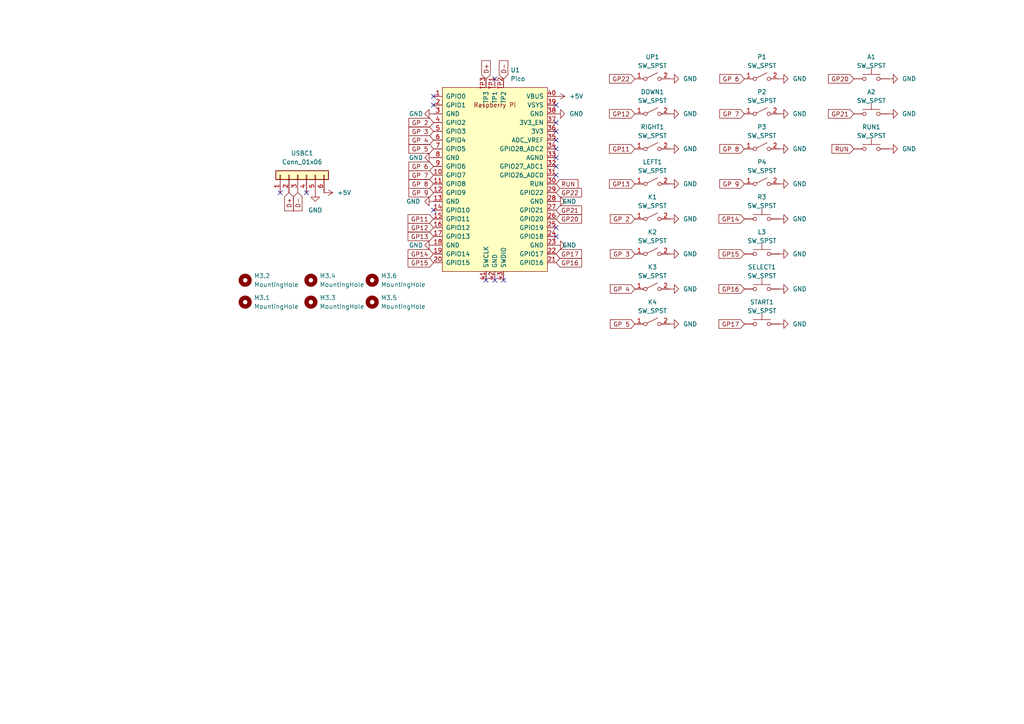
<source format=kicad_sch>
(kicad_sch (version 20211123) (generator eeschema)

  (uuid e63e39d7-6ac0-4ffd-8aa3-1841a4541b55)

  (paper "A4")

  (lib_symbols
    (symbol "Connector_Generic:Conn_01x06" (pin_names (offset 1.016) hide) (in_bom yes) (on_board yes)
      (property "Reference" "J" (id 0) (at 0 7.62 0)
        (effects (font (size 1.27 1.27)))
      )
      (property "Value" "Conn_01x06" (id 1) (at 0 -10.16 0)
        (effects (font (size 1.27 1.27)))
      )
      (property "Footprint" "" (id 2) (at 0 0 0)
        (effects (font (size 1.27 1.27)) hide)
      )
      (property "Datasheet" "~" (id 3) (at 0 0 0)
        (effects (font (size 1.27 1.27)) hide)
      )
      (property "ki_keywords" "connector" (id 4) (at 0 0 0)
        (effects (font (size 1.27 1.27)) hide)
      )
      (property "ki_description" "Generic connector, single row, 01x06, script generated (kicad-library-utils/schlib/autogen/connector/)" (id 5) (at 0 0 0)
        (effects (font (size 1.27 1.27)) hide)
      )
      (property "ki_fp_filters" "Connector*:*_1x??_*" (id 6) (at 0 0 0)
        (effects (font (size 1.27 1.27)) hide)
      )
      (symbol "Conn_01x06_1_1"
        (rectangle (start -1.27 -7.493) (end 0 -7.747)
          (stroke (width 0.1524) (type default) (color 0 0 0 0))
          (fill (type none))
        )
        (rectangle (start -1.27 -4.953) (end 0 -5.207)
          (stroke (width 0.1524) (type default) (color 0 0 0 0))
          (fill (type none))
        )
        (rectangle (start -1.27 -2.413) (end 0 -2.667)
          (stroke (width 0.1524) (type default) (color 0 0 0 0))
          (fill (type none))
        )
        (rectangle (start -1.27 0.127) (end 0 -0.127)
          (stroke (width 0.1524) (type default) (color 0 0 0 0))
          (fill (type none))
        )
        (rectangle (start -1.27 2.667) (end 0 2.413)
          (stroke (width 0.1524) (type default) (color 0 0 0 0))
          (fill (type none))
        )
        (rectangle (start -1.27 5.207) (end 0 4.953)
          (stroke (width 0.1524) (type default) (color 0 0 0 0))
          (fill (type none))
        )
        (rectangle (start -1.27 6.35) (end 1.27 -8.89)
          (stroke (width 0.254) (type default) (color 0 0 0 0))
          (fill (type background))
        )
        (pin passive line (at -5.08 5.08 0) (length 3.81)
          (name "Pin_1" (effects (font (size 1.27 1.27))))
          (number "1" (effects (font (size 1.27 1.27))))
        )
        (pin passive line (at -5.08 2.54 0) (length 3.81)
          (name "Pin_2" (effects (font (size 1.27 1.27))))
          (number "2" (effects (font (size 1.27 1.27))))
        )
        (pin passive line (at -5.08 0 0) (length 3.81)
          (name "Pin_3" (effects (font (size 1.27 1.27))))
          (number "3" (effects (font (size 1.27 1.27))))
        )
        (pin passive line (at -5.08 -2.54 0) (length 3.81)
          (name "Pin_4" (effects (font (size 1.27 1.27))))
          (number "4" (effects (font (size 1.27 1.27))))
        )
        (pin passive line (at -5.08 -5.08 0) (length 3.81)
          (name "Pin_5" (effects (font (size 1.27 1.27))))
          (number "5" (effects (font (size 1.27 1.27))))
        )
        (pin passive line (at -5.08 -7.62 0) (length 3.81)
          (name "Pin_6" (effects (font (size 1.27 1.27))))
          (number "6" (effects (font (size 1.27 1.27))))
        )
      )
    )
    (symbol "Mechanical:MountingHole" (pin_names (offset 1.016)) (in_bom yes) (on_board yes)
      (property "Reference" "H" (id 0) (at 0 5.08 0)
        (effects (font (size 1.27 1.27)))
      )
      (property "Value" "MountingHole" (id 1) (at 0 3.175 0)
        (effects (font (size 1.27 1.27)))
      )
      (property "Footprint" "" (id 2) (at 0 0 0)
        (effects (font (size 1.27 1.27)) hide)
      )
      (property "Datasheet" "~" (id 3) (at 0 0 0)
        (effects (font (size 1.27 1.27)) hide)
      )
      (property "ki_keywords" "mounting hole" (id 4) (at 0 0 0)
        (effects (font (size 1.27 1.27)) hide)
      )
      (property "ki_description" "Mounting Hole without connection" (id 5) (at 0 0 0)
        (effects (font (size 1.27 1.27)) hide)
      )
      (property "ki_fp_filters" "MountingHole*" (id 6) (at 0 0 0)
        (effects (font (size 1.27 1.27)) hide)
      )
      (symbol "MountingHole_0_1"
        (circle (center 0 0) (radius 1.27)
          (stroke (width 1.27) (type default) (color 0 0 0 0))
          (fill (type none))
        )
      )
    )
    (symbol "Pi_Pico_W_BIG_TP_HOLE:Pico" (pin_names (offset 1.016)) (in_bom yes) (on_board yes)
      (property "Reference" "U" (id 0) (at -13.97 27.94 0)
        (effects (font (size 1.27 1.27)))
      )
      (property "Value" "Pico" (id 1) (at 0 19.05 0)
        (effects (font (size 1.27 1.27)))
      )
      (property "Footprint" "RPi_Pico:RPi_Pico_SMD_TH" (id 2) (at 0 0 90)
        (effects (font (size 1.27 1.27)) hide)
      )
      (property "Datasheet" "" (id 3) (at 0 0 0)
        (effects (font (size 1.27 1.27)) hide)
      )
      (symbol "Pico_0_0"
        (text "Raspberry Pi" (at 0 21.59 0)
          (effects (font (size 1.27 1.27)))
        )
      )
      (symbol "Pico_0_1"
        (rectangle (start -15.24 26.67) (end 15.24 -26.67)
          (stroke (width 0) (type default) (color 0 0 0 0))
          (fill (type background))
        )
      )
      (symbol "Pico_1_1"
        (pin bidirectional line (at -17.78 24.13 0) (length 2.54)
          (name "GPIO0" (effects (font (size 1.27 1.27))))
          (number "1" (effects (font (size 1.27 1.27))))
        )
        (pin bidirectional line (at -17.78 1.27 0) (length 2.54)
          (name "GPIO7" (effects (font (size 1.27 1.27))))
          (number "10" (effects (font (size 1.27 1.27))))
        )
        (pin bidirectional line (at -17.78 -1.27 0) (length 2.54)
          (name "GPIO8" (effects (font (size 1.27 1.27))))
          (number "11" (effects (font (size 1.27 1.27))))
        )
        (pin bidirectional line (at -17.78 -3.81 0) (length 2.54)
          (name "GPIO9" (effects (font (size 1.27 1.27))))
          (number "12" (effects (font (size 1.27 1.27))))
        )
        (pin power_in line (at -17.78 -6.35 0) (length 2.54)
          (name "GND" (effects (font (size 1.27 1.27))))
          (number "13" (effects (font (size 1.27 1.27))))
        )
        (pin bidirectional line (at -17.78 -8.89 0) (length 2.54)
          (name "GPIO10" (effects (font (size 1.27 1.27))))
          (number "14" (effects (font (size 1.27 1.27))))
        )
        (pin bidirectional line (at -17.78 -11.43 0) (length 2.54)
          (name "GPIO11" (effects (font (size 1.27 1.27))))
          (number "15" (effects (font (size 1.27 1.27))))
        )
        (pin bidirectional line (at -17.78 -13.97 0) (length 2.54)
          (name "GPIO12" (effects (font (size 1.27 1.27))))
          (number "16" (effects (font (size 1.27 1.27))))
        )
        (pin bidirectional line (at -17.78 -16.51 0) (length 2.54)
          (name "GPIO13" (effects (font (size 1.27 1.27))))
          (number "17" (effects (font (size 1.27 1.27))))
        )
        (pin power_in line (at -17.78 -19.05 0) (length 2.54)
          (name "GND" (effects (font (size 1.27 1.27))))
          (number "18" (effects (font (size 1.27 1.27))))
        )
        (pin bidirectional line (at -17.78 -21.59 0) (length 2.54)
          (name "GPIO14" (effects (font (size 1.27 1.27))))
          (number "19" (effects (font (size 1.27 1.27))))
        )
        (pin bidirectional line (at -17.78 21.59 0) (length 2.54)
          (name "GPIO1" (effects (font (size 1.27 1.27))))
          (number "2" (effects (font (size 1.27 1.27))))
        )
        (pin bidirectional line (at -17.78 -24.13 0) (length 2.54)
          (name "GPIO15" (effects (font (size 1.27 1.27))))
          (number "20" (effects (font (size 1.27 1.27))))
        )
        (pin bidirectional line (at 17.78 -24.13 180) (length 2.54)
          (name "GPIO16" (effects (font (size 1.27 1.27))))
          (number "21" (effects (font (size 1.27 1.27))))
        )
        (pin bidirectional line (at 17.78 -21.59 180) (length 2.54)
          (name "GPIO17" (effects (font (size 1.27 1.27))))
          (number "22" (effects (font (size 1.27 1.27))))
        )
        (pin power_in line (at 17.78 -19.05 180) (length 2.54)
          (name "GND" (effects (font (size 1.27 1.27))))
          (number "23" (effects (font (size 1.27 1.27))))
        )
        (pin bidirectional line (at 17.78 -16.51 180) (length 2.54)
          (name "GPIO18" (effects (font (size 1.27 1.27))))
          (number "24" (effects (font (size 1.27 1.27))))
        )
        (pin bidirectional line (at 17.78 -13.97 180) (length 2.54)
          (name "GPIO19" (effects (font (size 1.27 1.27))))
          (number "25" (effects (font (size 1.27 1.27))))
        )
        (pin bidirectional line (at 17.78 -11.43 180) (length 2.54)
          (name "GPIO20" (effects (font (size 1.27 1.27))))
          (number "26" (effects (font (size 1.27 1.27))))
        )
        (pin bidirectional line (at 17.78 -8.89 180) (length 2.54)
          (name "GPIO21" (effects (font (size 1.27 1.27))))
          (number "27" (effects (font (size 1.27 1.27))))
        )
        (pin power_in line (at 17.78 -6.35 180) (length 2.54)
          (name "GND" (effects (font (size 1.27 1.27))))
          (number "28" (effects (font (size 1.27 1.27))))
        )
        (pin bidirectional line (at 17.78 -3.81 180) (length 2.54)
          (name "GPIO22" (effects (font (size 1.27 1.27))))
          (number "29" (effects (font (size 1.27 1.27))))
        )
        (pin power_in line (at -17.78 19.05 0) (length 2.54)
          (name "GND" (effects (font (size 1.27 1.27))))
          (number "3" (effects (font (size 1.27 1.27))))
        )
        (pin input line (at 17.78 -1.27 180) (length 2.54)
          (name "RUN" (effects (font (size 1.27 1.27))))
          (number "30" (effects (font (size 1.27 1.27))))
        )
        (pin bidirectional line (at 17.78 1.27 180) (length 2.54)
          (name "GPIO26_ADC0" (effects (font (size 1.27 1.27))))
          (number "31" (effects (font (size 1.27 1.27))))
        )
        (pin bidirectional line (at 17.78 3.81 180) (length 2.54)
          (name "GPIO27_ADC1" (effects (font (size 1.27 1.27))))
          (number "32" (effects (font (size 1.27 1.27))))
        )
        (pin power_in line (at 17.78 6.35 180) (length 2.54)
          (name "AGND" (effects (font (size 1.27 1.27))))
          (number "33" (effects (font (size 1.27 1.27))))
        )
        (pin bidirectional line (at 17.78 8.89 180) (length 2.54)
          (name "GPIO28_ADC2" (effects (font (size 1.27 1.27))))
          (number "34" (effects (font (size 1.27 1.27))))
        )
        (pin unspecified line (at 17.78 11.43 180) (length 2.54)
          (name "ADC_VREF" (effects (font (size 1.27 1.27))))
          (number "35" (effects (font (size 1.27 1.27))))
        )
        (pin unspecified line (at 17.78 13.97 180) (length 2.54)
          (name "3V3" (effects (font (size 1.27 1.27))))
          (number "36" (effects (font (size 1.27 1.27))))
        )
        (pin input line (at 17.78 16.51 180) (length 2.54)
          (name "3V3_EN" (effects (font (size 1.27 1.27))))
          (number "37" (effects (font (size 1.27 1.27))))
        )
        (pin bidirectional line (at 17.78 19.05 180) (length 2.54)
          (name "GND" (effects (font (size 1.27 1.27))))
          (number "38" (effects (font (size 1.27 1.27))))
        )
        (pin unspecified line (at 17.78 21.59 180) (length 2.54)
          (name "VSYS" (effects (font (size 1.27 1.27))))
          (number "39" (effects (font (size 1.27 1.27))))
        )
        (pin bidirectional line (at -17.78 16.51 0) (length 2.54)
          (name "GPIO2" (effects (font (size 1.27 1.27))))
          (number "4" (effects (font (size 1.27 1.27))))
        )
        (pin unspecified line (at 17.78 24.13 180) (length 2.54)
          (name "VBUS" (effects (font (size 1.27 1.27))))
          (number "40" (effects (font (size 1.27 1.27))))
        )
        (pin input line (at -2.54 -29.21 90) (length 2.54)
          (name "SWCLK" (effects (font (size 1.27 1.27))))
          (number "41" (effects (font (size 1.27 1.27))))
        )
        (pin power_in line (at 0 -29.21 90) (length 2.54)
          (name "GND" (effects (font (size 1.27 1.27))))
          (number "42" (effects (font (size 1.27 1.27))))
        )
        (pin bidirectional line (at 2.54 -29.21 90) (length 2.54)
          (name "SWDIO" (effects (font (size 1.27 1.27))))
          (number "43" (effects (font (size 1.27 1.27))))
        )
        (pin bidirectional line (at -17.78 13.97 0) (length 2.54)
          (name "GPIO3" (effects (font (size 1.27 1.27))))
          (number "5" (effects (font (size 1.27 1.27))))
        )
        (pin bidirectional line (at -17.78 11.43 0) (length 2.54)
          (name "GPIO4" (effects (font (size 1.27 1.27))))
          (number "6" (effects (font (size 1.27 1.27))))
        )
        (pin bidirectional line (at -17.78 8.89 0) (length 2.54)
          (name "GPIO5" (effects (font (size 1.27 1.27))))
          (number "7" (effects (font (size 1.27 1.27))))
        )
        (pin power_in line (at -17.78 6.35 0) (length 2.54)
          (name "GND" (effects (font (size 1.27 1.27))))
          (number "8" (effects (font (size 1.27 1.27))))
        )
        (pin bidirectional line (at -17.78 3.81 0) (length 2.54)
          (name "GPIO6" (effects (font (size 1.27 1.27))))
          (number "9" (effects (font (size 1.27 1.27))))
        )
        (pin unspecified line (at 0 29.21 270) (length 2.54)
          (name "TP1" (effects (font (size 1.27 1.27))))
          (number "TP1" (effects (font (size 1.27 1.27))))
        )
        (pin bidirectional line (at 2.54 29.21 270) (length 2.54)
          (name "TP2" (effects (font (size 1.27 1.27))))
          (number "TP2" (effects (font (size 1.27 1.27))))
        )
        (pin bidirectional line (at -2.54 29.21 270) (length 2.54)
          (name "TP3" (effects (font (size 1.27 1.27))))
          (number "TP3" (effects (font (size 1.27 1.27))))
        )
      )
    )
    (symbol "Switch:SW_Push" (pin_numbers hide) (pin_names (offset 1.016) hide) (in_bom yes) (on_board yes)
      (property "Reference" "SW" (id 0) (at 1.27 2.54 0)
        (effects (font (size 1.27 1.27)) (justify left))
      )
      (property "Value" "SW_Push" (id 1) (at 0 -1.524 0)
        (effects (font (size 1.27 1.27)))
      )
      (property "Footprint" "" (id 2) (at 0 5.08 0)
        (effects (font (size 1.27 1.27)) hide)
      )
      (property "Datasheet" "~" (id 3) (at 0 5.08 0)
        (effects (font (size 1.27 1.27)) hide)
      )
      (property "ki_keywords" "switch normally-open pushbutton push-button" (id 4) (at 0 0 0)
        (effects (font (size 1.27 1.27)) hide)
      )
      (property "ki_description" "Push button switch, generic, two pins" (id 5) (at 0 0 0)
        (effects (font (size 1.27 1.27)) hide)
      )
      (symbol "SW_Push_0_1"
        (circle (center -2.032 0) (radius 0.508)
          (stroke (width 0) (type default) (color 0 0 0 0))
          (fill (type none))
        )
        (polyline
          (pts
            (xy 0 1.27)
            (xy 0 3.048)
          )
          (stroke (width 0) (type default) (color 0 0 0 0))
          (fill (type none))
        )
        (polyline
          (pts
            (xy 2.54 1.27)
            (xy -2.54 1.27)
          )
          (stroke (width 0) (type default) (color 0 0 0 0))
          (fill (type none))
        )
        (circle (center 2.032 0) (radius 0.508)
          (stroke (width 0) (type default) (color 0 0 0 0))
          (fill (type none))
        )
        (pin passive line (at -5.08 0 0) (length 2.54)
          (name "1" (effects (font (size 1.27 1.27))))
          (number "1" (effects (font (size 1.27 1.27))))
        )
        (pin passive line (at 5.08 0 180) (length 2.54)
          (name "2" (effects (font (size 1.27 1.27))))
          (number "2" (effects (font (size 1.27 1.27))))
        )
      )
    )
    (symbol "Switch:SW_SPST" (pin_names (offset 0) hide) (in_bom yes) (on_board yes)
      (property "Reference" "SW" (id 0) (at 0 3.175 0)
        (effects (font (size 1.27 1.27)))
      )
      (property "Value" "SW_SPST" (id 1) (at 0 -2.54 0)
        (effects (font (size 1.27 1.27)))
      )
      (property "Footprint" "" (id 2) (at 0 0 0)
        (effects (font (size 1.27 1.27)) hide)
      )
      (property "Datasheet" "~" (id 3) (at 0 0 0)
        (effects (font (size 1.27 1.27)) hide)
      )
      (property "ki_keywords" "switch lever" (id 4) (at 0 0 0)
        (effects (font (size 1.27 1.27)) hide)
      )
      (property "ki_description" "Single Pole Single Throw (SPST) switch" (id 5) (at 0 0 0)
        (effects (font (size 1.27 1.27)) hide)
      )
      (symbol "SW_SPST_0_0"
        (circle (center -2.032 0) (radius 0.508)
          (stroke (width 0) (type default) (color 0 0 0 0))
          (fill (type none))
        )
        (polyline
          (pts
            (xy -1.524 0.254)
            (xy 1.524 1.778)
          )
          (stroke (width 0) (type default) (color 0 0 0 0))
          (fill (type none))
        )
        (circle (center 2.032 0) (radius 0.508)
          (stroke (width 0) (type default) (color 0 0 0 0))
          (fill (type none))
        )
      )
      (symbol "SW_SPST_1_1"
        (pin passive line (at -5.08 0 0) (length 2.54)
          (name "A" (effects (font (size 1.27 1.27))))
          (number "1" (effects (font (size 1.27 1.27))))
        )
        (pin passive line (at 5.08 0 180) (length 2.54)
          (name "B" (effects (font (size 1.27 1.27))))
          (number "2" (effects (font (size 1.27 1.27))))
        )
      )
    )
    (symbol "power:+5V" (power) (pin_names (offset 0)) (in_bom yes) (on_board yes)
      (property "Reference" "#PWR" (id 0) (at 0 -3.81 0)
        (effects (font (size 1.27 1.27)) hide)
      )
      (property "Value" "+5V" (id 1) (at 0 3.556 0)
        (effects (font (size 1.27 1.27)))
      )
      (property "Footprint" "" (id 2) (at 0 0 0)
        (effects (font (size 1.27 1.27)) hide)
      )
      (property "Datasheet" "" (id 3) (at 0 0 0)
        (effects (font (size 1.27 1.27)) hide)
      )
      (property "ki_keywords" "power-flag" (id 4) (at 0 0 0)
        (effects (font (size 1.27 1.27)) hide)
      )
      (property "ki_description" "Power symbol creates a global label with name \"+5V\"" (id 5) (at 0 0 0)
        (effects (font (size 1.27 1.27)) hide)
      )
      (symbol "+5V_0_1"
        (polyline
          (pts
            (xy -0.762 1.27)
            (xy 0 2.54)
          )
          (stroke (width 0) (type default) (color 0 0 0 0))
          (fill (type none))
        )
        (polyline
          (pts
            (xy 0 0)
            (xy 0 2.54)
          )
          (stroke (width 0) (type default) (color 0 0 0 0))
          (fill (type none))
        )
        (polyline
          (pts
            (xy 0 2.54)
            (xy 0.762 1.27)
          )
          (stroke (width 0) (type default) (color 0 0 0 0))
          (fill (type none))
        )
      )
      (symbol "+5V_1_1"
        (pin power_in line (at 0 0 90) (length 0) hide
          (name "+5V" (effects (font (size 1.27 1.27))))
          (number "1" (effects (font (size 1.27 1.27))))
        )
      )
    )
    (symbol "power:GND" (power) (pin_names (offset 0)) (in_bom yes) (on_board yes)
      (property "Reference" "#PWR" (id 0) (at 0 -6.35 0)
        (effects (font (size 1.27 1.27)) hide)
      )
      (property "Value" "GND" (id 1) (at 0 -3.81 0)
        (effects (font (size 1.27 1.27)))
      )
      (property "Footprint" "" (id 2) (at 0 0 0)
        (effects (font (size 1.27 1.27)) hide)
      )
      (property "Datasheet" "" (id 3) (at 0 0 0)
        (effects (font (size 1.27 1.27)) hide)
      )
      (property "ki_keywords" "power-flag" (id 4) (at 0 0 0)
        (effects (font (size 1.27 1.27)) hide)
      )
      (property "ki_description" "Power symbol creates a global label with name \"GND\" , ground" (id 5) (at 0 0 0)
        (effects (font (size 1.27 1.27)) hide)
      )
      (symbol "GND_0_1"
        (polyline
          (pts
            (xy 0 0)
            (xy 0 -1.27)
            (xy 1.27 -1.27)
            (xy 0 -2.54)
            (xy -1.27 -1.27)
            (xy 0 -1.27)
          )
          (stroke (width 0) (type default) (color 0 0 0 0))
          (fill (type none))
        )
      )
      (symbol "GND_1_1"
        (pin power_in line (at 0 0 270) (length 0) hide
          (name "GND" (effects (font (size 1.27 1.27))))
          (number "1" (effects (font (size 1.27 1.27))))
        )
      )
    )
  )


  (no_connect (at 161.29 40.64) (uuid 052fc2f4-2583-47fd-bb19-8574ea15d37a))
  (no_connect (at 161.29 45.72) (uuid 052fc2f4-2583-47fd-bb19-8574ea15d37b))
  (no_connect (at 161.29 43.18) (uuid 052fc2f4-2583-47fd-bb19-8574ea15d37c))
  (no_connect (at 146.05 81.28) (uuid 052fc2f4-2583-47fd-bb19-8574ea15d37d))
  (no_connect (at 161.29 35.56) (uuid 052fc2f4-2583-47fd-bb19-8574ea15d37e))
  (no_connect (at 161.29 30.48) (uuid 052fc2f4-2583-47fd-bb19-8574ea15d37f))
  (no_connect (at 140.97 81.28) (uuid 052fc2f4-2583-47fd-bb19-8574ea15d381))
  (no_connect (at 143.51 81.28) (uuid 052fc2f4-2583-47fd-bb19-8574ea15d382))
  (no_connect (at 161.29 50.8) (uuid 09603403-8b22-4930-9b39-39c13f819f7b))
  (no_connect (at 161.29 38.1) (uuid 09603403-8b22-4930-9b39-39c13f819f7c))
  (no_connect (at 161.29 48.26) (uuid 09603403-8b22-4930-9b39-39c13f819f7d))
  (no_connect (at 161.29 66.04) (uuid 14090f48-095e-482b-bc56-eba61b70359b))
  (no_connect (at 161.29 68.58) (uuid 14090f48-095e-482b-bc56-eba61b70359c))
  (no_connect (at 125.73 27.94) (uuid 2fb2d46d-4d4d-4652-ac98-24269c6a9cf0))
  (no_connect (at 125.73 30.48) (uuid 2fb2d46d-4d4d-4652-ac98-24269c6a9cf1))
  (no_connect (at 143.51 22.86) (uuid 3cc0e9a7-2d76-4f2f-a394-096600975859))
  (no_connect (at 81.28 55.88) (uuid 5fddf5e6-1444-4c6f-bd35-0520e9d414cc))
  (no_connect (at 88.9 55.88) (uuid 5fddf5e6-1444-4c6f-bd35-0520e9d414cd))
  (no_connect (at 125.73 60.96) (uuid f1e752cf-7582-4cf8-9140-0bdec2c72f28))

  (global_label "GP20" (shape input) (at 161.29 63.5 0) (fields_autoplaced)
    (effects (font (size 1.27 1.27)) (justify left))
    (uuid 0ad112f2-a740-44fb-85f3-8fb336794c0a)
    (property "Intersheet References" "${INTERSHEET_REFS}" (id 0) (at 168.6621 63.4206 0)
      (effects (font (size 1.27 1.27)) (justify left) hide)
    )
  )
  (global_label "GP11" (shape input) (at 125.73 63.5 180) (fields_autoplaced)
    (effects (font (size 1.27 1.27)) (justify right))
    (uuid 0e877285-c3cc-421e-af45-c983f5b21dea)
    (property "Intersheet References" "${INTERSHEET_REFS}" (id 0) (at 118.3579 63.4206 0)
      (effects (font (size 1.27 1.27)) (justify right) hide)
    )
  )
  (global_label "GP 6" (shape input) (at 215.9 22.86 180) (fields_autoplaced)
    (effects (font (size 1.27 1.27)) (justify right))
    (uuid 1d3251ee-1e94-412f-af05-4e0f11087eb6)
    (property "Intersheet References" "${INTERSHEET_REFS}" (id 0) (at 208.7698 22.7806 0)
      (effects (font (size 1.27 1.27)) (justify right) hide)
    )
  )
  (global_label "GP13" (shape input) (at 125.73 68.58 180) (fields_autoplaced)
    (effects (font (size 1.27 1.27)) (justify right))
    (uuid 2157c811-a41c-4413-a686-7eeaf715ac77)
    (property "Intersheet References" "${INTERSHEET_REFS}" (id 0) (at 118.3579 68.5006 0)
      (effects (font (size 1.27 1.27)) (justify right) hide)
    )
  )
  (global_label "GP15" (shape input) (at 125.73 76.2 180) (fields_autoplaced)
    (effects (font (size 1.27 1.27)) (justify right))
    (uuid 2a8c939d-cf09-49c3-a7fa-fe1adc864cf2)
    (property "Intersheet References" "${INTERSHEET_REFS}" (id 0) (at 118.3579 76.1206 0)
      (effects (font (size 1.27 1.27)) (justify right) hide)
    )
  )
  (global_label "GP13" (shape input) (at 184.15 53.34 180) (fields_autoplaced)
    (effects (font (size 1.27 1.27)) (justify right))
    (uuid 366135c4-f2fa-469f-ae85-5d97991db4f4)
    (property "Intersheet References" "${INTERSHEET_REFS}" (id 0) (at 176.7779 53.2606 0)
      (effects (font (size 1.27 1.27)) (justify right) hide)
    )
  )
  (global_label "GP14" (shape input) (at 215.9 63.5 180) (fields_autoplaced)
    (effects (font (size 1.27 1.27)) (justify right))
    (uuid 383a477b-fcdb-4417-9b28-49da58cc9810)
    (property "Intersheet References" "${INTERSHEET_REFS}" (id 0) (at 208.5279 63.4206 0)
      (effects (font (size 1.27 1.27)) (justify right) hide)
    )
  )
  (global_label "GP 2" (shape input) (at 184.15 63.5 180) (fields_autoplaced)
    (effects (font (size 1.27 1.27)) (justify right))
    (uuid 3c750b79-b39f-411a-b1d3-0efe4f26675c)
    (property "Intersheet References" "${INTERSHEET_REFS}" (id 0) (at 177.0198 63.4206 0)
      (effects (font (size 1.27 1.27)) (justify right) hide)
    )
  )
  (global_label "GP22" (shape input) (at 184.15 22.86 180) (fields_autoplaced)
    (effects (font (size 1.27 1.27)) (justify right))
    (uuid 3cd41b34-bf79-4f31-a577-62b1c8a72d52)
    (property "Intersheet References" "${INTERSHEET_REFS}" (id 0) (at 176.7779 22.7806 0)
      (effects (font (size 1.27 1.27)) (justify right) hide)
    )
  )
  (global_label "RUN" (shape input) (at 161.29 53.34 0) (fields_autoplaced)
    (effects (font (size 1.27 1.27)) (justify left))
    (uuid 432bb014-6780-4a27-ac9c-9a5481cce465)
    (property "Intersheet References" "${INTERSHEET_REFS}" (id 0) (at 167.6341 53.2606 0)
      (effects (font (size 1.27 1.27)) (justify left) hide)
    )
  )
  (global_label "GP17" (shape input) (at 161.29 73.66 0) (fields_autoplaced)
    (effects (font (size 1.27 1.27)) (justify left))
    (uuid 4c11aa4a-785c-45e8-a12d-5e7b0a1c78d7)
    (property "Intersheet References" "${INTERSHEET_REFS}" (id 0) (at 168.6621 73.5806 0)
      (effects (font (size 1.27 1.27)) (justify left) hide)
    )
  )
  (global_label "GP 8" (shape input) (at 215.9 43.18 180) (fields_autoplaced)
    (effects (font (size 1.27 1.27)) (justify right))
    (uuid 5222214e-9eca-4fcc-b516-3a851bbf14a7)
    (property "Intersheet References" "${INTERSHEET_REFS}" (id 0) (at 208.7698 43.1006 0)
      (effects (font (size 1.27 1.27)) (justify right) hide)
    )
  )
  (global_label "GP 5" (shape input) (at 125.73 43.18 180) (fields_autoplaced)
    (effects (font (size 1.27 1.27)) (justify right))
    (uuid 55254d89-0fcb-4c9d-bbfa-11494de9534e)
    (property "Intersheet References" "${INTERSHEET_REFS}" (id 0) (at 118.5998 43.1006 0)
      (effects (font (size 1.27 1.27)) (justify right) hide)
    )
  )
  (global_label "D+" (shape input) (at 140.97 22.86 90) (fields_autoplaced)
    (effects (font (size 1.27 1.27)) (justify left))
    (uuid 557c67b6-db61-4f1b-9bdf-98d0cc15ff5b)
    (property "Intersheet References" "${INTERSHEET_REFS}" (id 0) (at 140.8906 17.6045 90)
      (effects (font (size 1.27 1.27)) (justify left) hide)
    )
  )
  (global_label "GP16" (shape input) (at 215.9 83.82 180) (fields_autoplaced)
    (effects (font (size 1.27 1.27)) (justify right))
    (uuid 69e028e9-169f-42a9-86e9-f740c6c81bd7)
    (property "Intersheet References" "${INTERSHEET_REFS}" (id 0) (at 208.5279 83.7406 0)
      (effects (font (size 1.27 1.27)) (justify right) hide)
    )
  )
  (global_label "GP 4" (shape input) (at 125.73 40.64 180) (fields_autoplaced)
    (effects (font (size 1.27 1.27)) (justify right))
    (uuid 6b3f9284-2a55-473b-8fb1-b921f6e5e09a)
    (property "Intersheet References" "${INTERSHEET_REFS}" (id 0) (at 118.5998 40.5606 0)
      (effects (font (size 1.27 1.27)) (justify right) hide)
    )
  )
  (global_label "GP 9" (shape input) (at 215.9 53.34 180) (fields_autoplaced)
    (effects (font (size 1.27 1.27)) (justify right))
    (uuid 6e13c08c-56a0-469b-bdec-cdebb2480dd3)
    (property "Intersheet References" "${INTERSHEET_REFS}" (id 0) (at 208.7698 53.2606 0)
      (effects (font (size 1.27 1.27)) (justify right) hide)
    )
  )
  (global_label "GP15" (shape input) (at 215.9 73.66 180) (fields_autoplaced)
    (effects (font (size 1.27 1.27)) (justify right))
    (uuid 72bffb3f-ab6c-4c21-981d-b8c70765affe)
    (property "Intersheet References" "${INTERSHEET_REFS}" (id 0) (at 208.5279 73.5806 0)
      (effects (font (size 1.27 1.27)) (justify right) hide)
    )
  )
  (global_label "GP12" (shape input) (at 184.15 33.02 180) (fields_autoplaced)
    (effects (font (size 1.27 1.27)) (justify right))
    (uuid 74b19838-cba3-4769-8324-c2721a6da9db)
    (property "Intersheet References" "${INTERSHEET_REFS}" (id 0) (at 176.7779 32.9406 0)
      (effects (font (size 1.27 1.27)) (justify right) hide)
    )
  )
  (global_label "GP14" (shape input) (at 125.73 73.66 180) (fields_autoplaced)
    (effects (font (size 1.27 1.27)) (justify right))
    (uuid 74d1ccd9-dbc8-4cf1-9369-77eb8ce20c7c)
    (property "Intersheet References" "${INTERSHEET_REFS}" (id 0) (at 118.3579 73.5806 0)
      (effects (font (size 1.27 1.27)) (justify right) hide)
    )
  )
  (global_label "GP 6" (shape input) (at 125.73 48.26 180) (fields_autoplaced)
    (effects (font (size 1.27 1.27)) (justify right))
    (uuid 838990d6-8945-4837-ad32-ffd181c3d83b)
    (property "Intersheet References" "${INTERSHEET_REFS}" (id 0) (at 118.5998 48.1806 0)
      (effects (font (size 1.27 1.27)) (justify right) hide)
    )
  )
  (global_label "GP 3" (shape input) (at 184.15 73.66 180) (fields_autoplaced)
    (effects (font (size 1.27 1.27)) (justify right))
    (uuid 83fc66f2-80e7-426e-b712-5fbf2898681d)
    (property "Intersheet References" "${INTERSHEET_REFS}" (id 0) (at 177.0198 73.5806 0)
      (effects (font (size 1.27 1.27)) (justify right) hide)
    )
  )
  (global_label "GP21" (shape input) (at 161.29 60.96 0) (fields_autoplaced)
    (effects (font (size 1.27 1.27)) (justify left))
    (uuid 8a461655-e339-412e-9716-c9c584d04538)
    (property "Intersheet References" "${INTERSHEET_REFS}" (id 0) (at 168.6621 60.8806 0)
      (effects (font (size 1.27 1.27)) (justify left) hide)
    )
  )
  (global_label "GP12" (shape input) (at 125.73 66.04 180) (fields_autoplaced)
    (effects (font (size 1.27 1.27)) (justify right))
    (uuid 8c6db127-d0aa-40be-b825-97a9f9aa75d8)
    (property "Intersheet References" "${INTERSHEET_REFS}" (id 0) (at 118.3579 65.9606 0)
      (effects (font (size 1.27 1.27)) (justify right) hide)
    )
  )
  (global_label "GP 5" (shape input) (at 184.15 93.98 180) (fields_autoplaced)
    (effects (font (size 1.27 1.27)) (justify right))
    (uuid 8e90f324-269b-45a4-afde-b1e99324b850)
    (property "Intersheet References" "${INTERSHEET_REFS}" (id 0) (at 177.0198 93.9006 0)
      (effects (font (size 1.27 1.27)) (justify right) hide)
    )
  )
  (global_label "GP 3" (shape input) (at 125.73 38.1 180) (fields_autoplaced)
    (effects (font (size 1.27 1.27)) (justify right))
    (uuid 8f4aae59-340c-4767-9c79-72200732a2de)
    (property "Intersheet References" "${INTERSHEET_REFS}" (id 0) (at 118.5998 38.0206 0)
      (effects (font (size 1.27 1.27)) (justify right) hide)
    )
  )
  (global_label "GP 7" (shape input) (at 215.9 33.02 180) (fields_autoplaced)
    (effects (font (size 1.27 1.27)) (justify right))
    (uuid 97723ba5-37d7-4fb0-9e25-5ea120e71a8e)
    (property "Intersheet References" "${INTERSHEET_REFS}" (id 0) (at 208.7698 32.9406 0)
      (effects (font (size 1.27 1.27)) (justify right) hide)
    )
  )
  (global_label "GP 2" (shape input) (at 125.73 35.56 180) (fields_autoplaced)
    (effects (font (size 1.27 1.27)) (justify right))
    (uuid 9e08941e-9c3c-40c1-af2b-043ccbbea338)
    (property "Intersheet References" "${INTERSHEET_REFS}" (id 0) (at 118.5998 35.4806 0)
      (effects (font (size 1.27 1.27)) (justify right) hide)
    )
  )
  (global_label "GP22" (shape input) (at 161.29 55.88 0) (fields_autoplaced)
    (effects (font (size 1.27 1.27)) (justify left))
    (uuid ab0b4c7c-7d12-4c5e-884f-397e72a40b60)
    (property "Intersheet References" "${INTERSHEET_REFS}" (id 0) (at 168.6621 55.8006 0)
      (effects (font (size 1.27 1.27)) (justify left) hide)
    )
  )
  (global_label "GP20" (shape input) (at 247.65 22.86 180) (fields_autoplaced)
    (effects (font (size 1.27 1.27)) (justify right))
    (uuid bb3f4adb-018b-4d8f-9785-ddceb642d095)
    (property "Intersheet References" "${INTERSHEET_REFS}" (id 0) (at 240.2779 22.7806 0)
      (effects (font (size 1.27 1.27)) (justify right) hide)
    )
  )
  (global_label "GP16" (shape input) (at 161.29 76.2 0) (fields_autoplaced)
    (effects (font (size 1.27 1.27)) (justify left))
    (uuid beed1501-71ae-4743-b012-05cd7d3e3a0e)
    (property "Intersheet References" "${INTERSHEET_REFS}" (id 0) (at 168.6621 76.1206 0)
      (effects (font (size 1.27 1.27)) (justify left) hide)
    )
  )
  (global_label "D-" (shape input) (at 86.36 55.88 270) (fields_autoplaced)
    (effects (font (size 1.27 1.27)) (justify right))
    (uuid bf9fdbbf-5aac-4089-b4df-090d4ab59d62)
    (property "Intersheet References" "${INTERSHEET_REFS}" (id 0) (at 86.4394 61.1355 90)
      (effects (font (size 1.27 1.27)) (justify right) hide)
    )
  )
  (global_label "D-" (shape input) (at 146.05 22.86 90) (fields_autoplaced)
    (effects (font (size 1.27 1.27)) (justify left))
    (uuid c4242422-545d-48e2-bcab-f4e9dad6b4f8)
    (property "Intersheet References" "${INTERSHEET_REFS}" (id 0) (at 145.9706 17.6045 90)
      (effects (font (size 1.27 1.27)) (justify left) hide)
    )
  )
  (global_label "GP 4" (shape input) (at 184.15 83.82 180) (fields_autoplaced)
    (effects (font (size 1.27 1.27)) (justify right))
    (uuid ca2a6e3e-5afb-473f-a7a3-201d0f1c3c2a)
    (property "Intersheet References" "${INTERSHEET_REFS}" (id 0) (at 177.0198 83.7406 0)
      (effects (font (size 1.27 1.27)) (justify right) hide)
    )
  )
  (global_label "GP21" (shape input) (at 247.65 33.02 180) (fields_autoplaced)
    (effects (font (size 1.27 1.27)) (justify right))
    (uuid d1b7550d-a809-40ff-b766-7c5e8a9f0a6a)
    (property "Intersheet References" "${INTERSHEET_REFS}" (id 0) (at 240.2779 32.9406 0)
      (effects (font (size 1.27 1.27)) (justify right) hide)
    )
  )
  (global_label "GP 7" (shape input) (at 125.73 50.8 180) (fields_autoplaced)
    (effects (font (size 1.27 1.27)) (justify right))
    (uuid d6cb5382-ff78-4735-8014-dd382f7019b0)
    (property "Intersheet References" "${INTERSHEET_REFS}" (id 0) (at 118.5998 50.7206 0)
      (effects (font (size 1.27 1.27)) (justify right) hide)
    )
  )
  (global_label "GP 9" (shape input) (at 125.73 55.88 180) (fields_autoplaced)
    (effects (font (size 1.27 1.27)) (justify right))
    (uuid eb60b9e7-9cb8-4878-b329-1327a493dd60)
    (property "Intersheet References" "${INTERSHEET_REFS}" (id 0) (at 118.5998 55.8006 0)
      (effects (font (size 1.27 1.27)) (justify right) hide)
    )
  )
  (global_label "GP11" (shape input) (at 184.15 43.18 180) (fields_autoplaced)
    (effects (font (size 1.27 1.27)) (justify right))
    (uuid ec24afb1-85f8-481b-83f1-ba8e3463156b)
    (property "Intersheet References" "${INTERSHEET_REFS}" (id 0) (at 176.7779 43.1006 0)
      (effects (font (size 1.27 1.27)) (justify right) hide)
    )
  )
  (global_label "RUN" (shape input) (at 247.65 43.18 180) (fields_autoplaced)
    (effects (font (size 1.27 1.27)) (justify right))
    (uuid f8178293-9dc0-4ac7-8919-7713d9ba2a85)
    (property "Intersheet References" "${INTERSHEET_REFS}" (id 0) (at 241.3059 43.1006 0)
      (effects (font (size 1.27 1.27)) (justify right) hide)
    )
  )
  (global_label "D+" (shape input) (at 83.82 55.88 270) (fields_autoplaced)
    (effects (font (size 1.27 1.27)) (justify right))
    (uuid f92e6340-1580-4feb-b52f-8c1bbc36ea73)
    (property "Intersheet References" "${INTERSHEET_REFS}" (id 0) (at 83.8994 61.1355 90)
      (effects (font (size 1.27 1.27)) (justify right) hide)
    )
  )
  (global_label "GP 8" (shape input) (at 125.73 53.34 180) (fields_autoplaced)
    (effects (font (size 1.27 1.27)) (justify right))
    (uuid fbd0dda8-3d20-483a-8856-8351d3927900)
    (property "Intersheet References" "${INTERSHEET_REFS}" (id 0) (at 118.5998 53.2606 0)
      (effects (font (size 1.27 1.27)) (justify right) hide)
    )
  )
  (global_label "GP17" (shape input) (at 215.9 93.98 180) (fields_autoplaced)
    (effects (font (size 1.27 1.27)) (justify right))
    (uuid ff6e99e8-ce62-45a1-a1cc-b56c9e41fb8e)
    (property "Intersheet References" "${INTERSHEET_REFS}" (id 0) (at 208.5279 93.9006 0)
      (effects (font (size 1.27 1.27)) (justify right) hide)
    )
  )

  (symbol (lib_id "Connector_Generic:Conn_01x06") (at 86.36 50.8 90) (unit 1)
    (in_bom yes) (on_board yes) (fields_autoplaced)
    (uuid 04044969-ea08-4af4-bc95-f6357a2ec952)
    (property "Reference" "USBC1" (id 0) (at 87.63 44.45 90))
    (property "Value" "Conn_01x06" (id 1) (at 87.63 46.99 90))
    (property "Footprint" "USB-C-6-PIN:treedix usb-c" (id 2) (at 86.36 50.8 0)
      (effects (font (size 1.27 1.27)) hide)
    )
    (property "Datasheet" "~" (id 3) (at 86.36 50.8 0)
      (effects (font (size 1.27 1.27)) hide)
    )
    (pin "1" (uuid 6b1fcc93-7572-4f95-af5b-dfd57930d266))
    (pin "2" (uuid 52a21d0e-239d-4f31-a734-02bc4d522125))
    (pin "3" (uuid eca1f9a3-4a16-46c1-aec5-5d510b3fe3ea))
    (pin "4" (uuid 0a95eea9-2a51-4e79-8c9e-5c6362cfd428))
    (pin "5" (uuid a6f78928-3f7b-4d63-98c2-43be6728a128))
    (pin "6" (uuid 891237df-898f-45eb-b1b5-27da12c64494))
  )

  (symbol (lib_id "power:GND") (at 194.31 83.82 90) (unit 1)
    (in_bom yes) (on_board yes) (fields_autoplaced)
    (uuid 048b12d1-dffa-487b-b6db-286090807b4f)
    (property "Reference" "#PWR0113" (id 0) (at 200.66 83.82 0)
      (effects (font (size 1.27 1.27)) hide)
    )
    (property "Value" "GND" (id 1) (at 198.12 83.8199 90)
      (effects (font (size 1.27 1.27)) (justify right))
    )
    (property "Footprint" "" (id 2) (at 194.31 83.82 0)
      (effects (font (size 1.27 1.27)) hide)
    )
    (property "Datasheet" "" (id 3) (at 194.31 83.82 0)
      (effects (font (size 1.27 1.27)) hide)
    )
    (pin "1" (uuid b53b2804-04d4-4369-8719-a7aa2266d52b))
  )

  (symbol (lib_id "Switch:SW_Push") (at 220.98 63.5 0) (unit 1)
    (in_bom yes) (on_board yes)
    (uuid 056d2c77-dc29-44e5-9a31-f2da3151ec8e)
    (property "Reference" "R3" (id 0) (at 220.98 57.15 0))
    (property "Value" "SW_SPST" (id 1) (at 220.98 59.69 0))
    (property "Footprint" "Button_Switch_THT:SW_PUSH_6mm" (id 2) (at 220.98 58.42 0)
      (effects (font (size 1.27 1.27)) hide)
    )
    (property "Datasheet" "~" (id 3) (at 220.98 58.42 0)
      (effects (font (size 1.27 1.27)) hide)
    )
    (pin "1" (uuid d78035f9-bf25-48fd-941f-c4866cc2b115))
    (pin "2" (uuid 1cfe6d68-c877-4e55-b2ad-94a9bd01fde0))
  )

  (symbol (lib_id "Switch:SW_SPST") (at 189.23 22.86 0) (unit 1)
    (in_bom yes) (on_board yes) (fields_autoplaced)
    (uuid 069df8cb-3b04-4d4f-bf56-c24fc8a95840)
    (property "Reference" "UP1" (id 0) (at 189.23 16.51 0))
    (property "Value" "SW_SPST" (id 1) (at 189.23 19.05 0))
    (property "Footprint" "Switch_Keyboard_Hotswap_Kailh:SW_Hotswap_Kailh_MX" (id 2) (at 189.23 22.86 0)
      (effects (font (size 1.27 1.27)) hide)
    )
    (property "Datasheet" "~" (id 3) (at 189.23 22.86 0)
      (effects (font (size 1.27 1.27)) hide)
    )
    (pin "1" (uuid a831be1c-a35a-45ff-9163-d964a81c1632))
    (pin "2" (uuid 210ee508-bab1-47c4-94e1-7496fe1d97cf))
  )

  (symbol (lib_id "Switch:SW_Push") (at 220.98 83.82 0) (unit 1)
    (in_bom yes) (on_board yes)
    (uuid 16cd3406-e815-4b84-882e-75ad1962ad71)
    (property "Reference" "SELECT1" (id 0) (at 220.98 77.47 0))
    (property "Value" "SW_SPST" (id 1) (at 220.98 80.01 0))
    (property "Footprint" "Button_Switch_THT:SW_PUSH_6mm" (id 2) (at 220.98 78.74 0)
      (effects (font (size 1.27 1.27)) hide)
    )
    (property "Datasheet" "~" (id 3) (at 220.98 78.74 0)
      (effects (font (size 1.27 1.27)) hide)
    )
    (pin "1" (uuid 456e511e-02a4-4cf0-817b-ebb1eae0f917))
    (pin "2" (uuid db8fba75-e4e0-4d53-8377-ebc71b61a13e))
  )

  (symbol (lib_id "Switch:SW_SPST") (at 189.23 83.82 0) (unit 1)
    (in_bom yes) (on_board yes) (fields_autoplaced)
    (uuid 25cf6537-642d-49e7-89ca-890d4b1e81cd)
    (property "Reference" "K3" (id 0) (at 189.23 77.47 0))
    (property "Value" "SW_SPST" (id 1) (at 189.23 80.01 0))
    (property "Footprint" "Switch_Keyboard_Hotswap_Kailh:SW_Hotswap_Kailh_MX" (id 2) (at 189.23 83.82 0)
      (effects (font (size 1.27 1.27)) hide)
    )
    (property "Datasheet" "~" (id 3) (at 189.23 83.82 0)
      (effects (font (size 1.27 1.27)) hide)
    )
    (pin "1" (uuid e20c1003-6f8a-4159-a10b-d8684e8602d2))
    (pin "2" (uuid d8201216-8798-430e-a5fd-6984f54fdfc0))
  )

  (symbol (lib_id "Mechanical:MountingHole") (at 71.12 87.63 0) (unit 1)
    (in_bom yes) (on_board yes) (fields_autoplaced)
    (uuid 2733a655-db42-498b-a705-184e4fe256a3)
    (property "Reference" "M3.1" (id 0) (at 73.66 86.3599 0)
      (effects (font (size 1.27 1.27)) (justify left))
    )
    (property "Value" "MountingHole" (id 1) (at 73.66 88.8999 0)
      (effects (font (size 1.27 1.27)) (justify left))
    )
    (property "Footprint" "MountingHole:MountingHole_3.2mm_M3" (id 2) (at 71.12 87.63 0)
      (effects (font (size 1.27 1.27)) hide)
    )
    (property "Datasheet" "~" (id 3) (at 71.12 87.63 0)
      (effects (font (size 1.27 1.27)) hide)
    )
  )

  (symbol (lib_id "power:GND") (at 125.73 45.72 270) (unit 1)
    (in_bom yes) (on_board yes)
    (uuid 28c42d69-09d4-42ae-87d9-1753699548f4)
    (property "Reference" "#PWR0105" (id 0) (at 119.38 45.72 0)
      (effects (font (size 1.27 1.27)) hide)
    )
    (property "Value" "GND" (id 1) (at 120.65 45.72 90))
    (property "Footprint" "" (id 2) (at 125.73 45.72 0)
      (effects (font (size 1.27 1.27)) hide)
    )
    (property "Datasheet" "" (id 3) (at 125.73 45.72 0)
      (effects (font (size 1.27 1.27)) hide)
    )
    (pin "1" (uuid b1326edf-5de4-40af-8ce6-b8ec62ceb889))
  )

  (symbol (lib_id "Switch:SW_SPST") (at 189.23 63.5 0) (unit 1)
    (in_bom yes) (on_board yes) (fields_autoplaced)
    (uuid 2bab7355-806a-4e99-82cc-529d720012e3)
    (property "Reference" "K1" (id 0) (at 189.23 57.15 0))
    (property "Value" "SW_SPST" (id 1) (at 189.23 59.69 0))
    (property "Footprint" "Switch_Keyboard_Hotswap_Kailh:SW_Hotswap_Kailh_MX" (id 2) (at 189.23 63.5 0)
      (effects (font (size 1.27 1.27)) hide)
    )
    (property "Datasheet" "~" (id 3) (at 189.23 63.5 0)
      (effects (font (size 1.27 1.27)) hide)
    )
    (pin "1" (uuid 75696535-1dfa-40bc-9e5c-8551efce923e))
    (pin "2" (uuid 673256a7-2e90-4519-9705-11ca08e27ac4))
  )

  (symbol (lib_id "Switch:SW_Push") (at 252.73 22.86 0) (unit 1)
    (in_bom yes) (on_board yes) (fields_autoplaced)
    (uuid 3038e5ac-5d62-4ff6-9370-b690e6662714)
    (property "Reference" "A1" (id 0) (at 252.73 16.51 0))
    (property "Value" "SW_SPST" (id 1) (at 252.73 19.05 0))
    (property "Footprint" "Button_Switch_THT:SW_PUSH_6mm" (id 2) (at 252.73 17.78 0)
      (effects (font (size 1.27 1.27)) hide)
    )
    (property "Datasheet" "~" (id 3) (at 252.73 17.78 0)
      (effects (font (size 1.27 1.27)) hide)
    )
    (pin "1" (uuid c8d06a48-53e5-45f0-827d-748565335ff8))
    (pin "2" (uuid 99b210a6-1af5-402c-ad9e-27a039693138))
  )

  (symbol (lib_id "power:GND") (at 125.73 33.02 270) (unit 1)
    (in_bom yes) (on_board yes)
    (uuid 3e4e118c-1d27-4e25-84d0-e15bca3119a1)
    (property "Reference" "#PWR0101" (id 0) (at 119.38 33.02 0)
      (effects (font (size 1.27 1.27)) hide)
    )
    (property "Value" "GND" (id 1) (at 120.65 33.02 90))
    (property "Footprint" "" (id 2) (at 125.73 33.02 0)
      (effects (font (size 1.27 1.27)) hide)
    )
    (property "Datasheet" "" (id 3) (at 125.73 33.02 0)
      (effects (font (size 1.27 1.27)) hide)
    )
    (pin "1" (uuid 6179b87d-3f03-4843-b74a-f7ad9e0fdec4))
  )

  (symbol (lib_id "Switch:SW_SPST") (at 220.98 43.18 0) (unit 1)
    (in_bom yes) (on_board yes) (fields_autoplaced)
    (uuid 3f906de4-ba9c-4db0-afae-0a019f58cb97)
    (property "Reference" "P3" (id 0) (at 220.98 36.83 0))
    (property "Value" "SW_SPST" (id 1) (at 220.98 39.37 0))
    (property "Footprint" "Switch_Keyboard_Hotswap_Kailh:SW_Hotswap_Kailh_MX" (id 2) (at 220.98 43.18 0)
      (effects (font (size 1.27 1.27)) hide)
    )
    (property "Datasheet" "~" (id 3) (at 220.98 43.18 0)
      (effects (font (size 1.27 1.27)) hide)
    )
    (pin "1" (uuid b12c9e43-035e-4b3a-881f-6bb8403044d9))
    (pin "2" (uuid f85cf7e2-aace-434a-96fb-1b23da458187))
  )

  (symbol (lib_id "Switch:SW_SPST") (at 189.23 73.66 0) (unit 1)
    (in_bom yes) (on_board yes) (fields_autoplaced)
    (uuid 41eafc49-a314-4a80-9c0d-3339c90e7d60)
    (property "Reference" "K2" (id 0) (at 189.23 67.31 0))
    (property "Value" "SW_SPST" (id 1) (at 189.23 69.85 0))
    (property "Footprint" "Switch_Keyboard_Hotswap_Kailh:SW_Hotswap_Kailh_MX" (id 2) (at 189.23 73.66 0)
      (effects (font (size 1.27 1.27)) hide)
    )
    (property "Datasheet" "~" (id 3) (at 189.23 73.66 0)
      (effects (font (size 1.27 1.27)) hide)
    )
    (pin "1" (uuid 39d80d43-372d-4341-adf2-84dd76a874dd))
    (pin "2" (uuid 3b6a8b08-abb5-4a49-b275-155124eab005))
  )

  (symbol (lib_id "power:GND") (at 257.81 33.02 90) (unit 1)
    (in_bom yes) (on_board yes) (fields_autoplaced)
    (uuid 4470554e-a760-4795-b570-d6a88b633480)
    (property "Reference" "#PWR0126" (id 0) (at 264.16 33.02 0)
      (effects (font (size 1.27 1.27)) hide)
    )
    (property "Value" "GND" (id 1) (at 261.62 33.0199 90)
      (effects (font (size 1.27 1.27)) (justify right))
    )
    (property "Footprint" "" (id 2) (at 257.81 33.02 0)
      (effects (font (size 1.27 1.27)) hide)
    )
    (property "Datasheet" "" (id 3) (at 257.81 33.02 0)
      (effects (font (size 1.27 1.27)) hide)
    )
    (pin "1" (uuid cbc48d1e-aa4a-4a58-9edb-a6f2c6743dfd))
  )

  (symbol (lib_id "power:GND") (at 194.31 73.66 90) (unit 1)
    (in_bom yes) (on_board yes) (fields_autoplaced)
    (uuid 4e2a17ea-81df-4141-90ea-591b49687d2c)
    (property "Reference" "#PWR0111" (id 0) (at 200.66 73.66 0)
      (effects (font (size 1.27 1.27)) hide)
    )
    (property "Value" "GND" (id 1) (at 198.12 73.6599 90)
      (effects (font (size 1.27 1.27)) (justify right))
    )
    (property "Footprint" "" (id 2) (at 194.31 73.66 0)
      (effects (font (size 1.27 1.27)) hide)
    )
    (property "Datasheet" "" (id 3) (at 194.31 73.66 0)
      (effects (font (size 1.27 1.27)) hide)
    )
    (pin "1" (uuid fc40fdd7-eff3-4b07-9086-3c2519ab1c95))
  )

  (symbol (lib_id "power:GND") (at 226.06 73.66 90) (unit 1)
    (in_bom yes) (on_board yes) (fields_autoplaced)
    (uuid 4ea3ca26-408f-4767-a366-38831b473158)
    (property "Reference" "#PWR0115" (id 0) (at 232.41 73.66 0)
      (effects (font (size 1.27 1.27)) hide)
    )
    (property "Value" "GND" (id 1) (at 229.87 73.6599 90)
      (effects (font (size 1.27 1.27)) (justify right))
    )
    (property "Footprint" "" (id 2) (at 226.06 73.66 0)
      (effects (font (size 1.27 1.27)) hide)
    )
    (property "Datasheet" "" (id 3) (at 226.06 73.66 0)
      (effects (font (size 1.27 1.27)) hide)
    )
    (pin "1" (uuid f5db7dc2-5b6c-48d5-9073-721bd31fbaf3))
  )

  (symbol (lib_id "Switch:SW_Push") (at 220.98 93.98 0) (unit 1)
    (in_bom yes) (on_board yes) (fields_autoplaced)
    (uuid 584d3006-fc41-4e38-b6cd-05595ea3d109)
    (property "Reference" "START1" (id 0) (at 220.98 87.63 0))
    (property "Value" "SW_SPST" (id 1) (at 220.98 90.17 0))
    (property "Footprint" "Button_Switch_THT:SW_PUSH_6mm" (id 2) (at 220.98 88.9 0)
      (effects (font (size 1.27 1.27)) hide)
    )
    (property "Datasheet" "~" (id 3) (at 220.98 88.9 0)
      (effects (font (size 1.27 1.27)) hide)
    )
    (pin "1" (uuid ecaf7e1f-3113-4f38-925c-1dd1b21f603b))
    (pin "2" (uuid 53fff6c7-43b3-4da3-99d9-4d5848289089))
  )

  (symbol (lib_id "Switch:SW_SPST") (at 220.98 33.02 0) (unit 1)
    (in_bom yes) (on_board yes) (fields_autoplaced)
    (uuid 5887b1fe-9fd1-41f5-9132-f6dfe5c0c91e)
    (property "Reference" "P2" (id 0) (at 220.98 26.67 0))
    (property "Value" "SW_SPST" (id 1) (at 220.98 29.21 0))
    (property "Footprint" "Switch_Keyboard_Hotswap_Kailh:SW_Hotswap_Kailh_MX" (id 2) (at 220.98 33.02 0)
      (effects (font (size 1.27 1.27)) hide)
    )
    (property "Datasheet" "~" (id 3) (at 220.98 33.02 0)
      (effects (font (size 1.27 1.27)) hide)
    )
    (pin "1" (uuid cf73ffc8-31e0-4124-ae45-78e464dc1765))
    (pin "2" (uuid 72e36f6c-5b9e-4b27-bcd5-9ddebf5da74b))
  )

  (symbol (lib_id "Mechanical:MountingHole") (at 71.12 81.28 0) (unit 1)
    (in_bom yes) (on_board yes) (fields_autoplaced)
    (uuid 5bce6732-4026-40a9-a828-7e9b55a30ffd)
    (property "Reference" "M3.2" (id 0) (at 73.66 80.0099 0)
      (effects (font (size 1.27 1.27)) (justify left))
    )
    (property "Value" "MountingHole" (id 1) (at 73.66 82.5499 0)
      (effects (font (size 1.27 1.27)) (justify left))
    )
    (property "Footprint" "MountingHole:MountingHole_3.2mm_M3" (id 2) (at 71.12 81.28 0)
      (effects (font (size 1.27 1.27)) hide)
    )
    (property "Datasheet" "~" (id 3) (at 71.12 81.28 0)
      (effects (font (size 1.27 1.27)) hide)
    )
  )

  (symbol (lib_id "Switch:SW_SPST") (at 189.23 53.34 0) (unit 1)
    (in_bom yes) (on_board yes) (fields_autoplaced)
    (uuid 6450ef4f-ad5b-45be-be12-674ecfee7772)
    (property "Reference" "LEFT1" (id 0) (at 189.23 46.99 0))
    (property "Value" "SW_SPST" (id 1) (at 189.23 49.53 0))
    (property "Footprint" "Switch_Keyboard_Hotswap_Kailh:SW_Hotswap_Kailh_MX" (id 2) (at 189.23 53.34 0)
      (effects (font (size 1.27 1.27)) hide)
    )
    (property "Datasheet" "~" (id 3) (at 189.23 53.34 0)
      (effects (font (size 1.27 1.27)) hide)
    )
    (pin "1" (uuid 95eba8fb-ab99-479b-bd53-2e5ca212b062))
    (pin "2" (uuid 95fcfbde-6eba-4968-b6a3-e96cf2fc1d7a))
  )

  (symbol (lib_id "power:GND") (at 226.06 33.02 90) (unit 1)
    (in_bom yes) (on_board yes) (fields_autoplaced)
    (uuid 67649ed4-1659-4964-b1f3-a0d2fc3f8c49)
    (property "Reference" "#PWR0124" (id 0) (at 232.41 33.02 0)
      (effects (font (size 1.27 1.27)) hide)
    )
    (property "Value" "GND" (id 1) (at 229.87 33.0199 90)
      (effects (font (size 1.27 1.27)) (justify right))
    )
    (property "Footprint" "" (id 2) (at 226.06 33.02 0)
      (effects (font (size 1.27 1.27)) hide)
    )
    (property "Datasheet" "" (id 3) (at 226.06 33.02 0)
      (effects (font (size 1.27 1.27)) hide)
    )
    (pin "1" (uuid 78fb3517-5288-418e-97ba-ca0fdbb07c53))
  )

  (symbol (lib_id "power:GND") (at 226.06 53.34 90) (unit 1)
    (in_bom yes) (on_board yes) (fields_autoplaced)
    (uuid 6c1bc2e8-8c00-40fd-bbad-9c4249ed5b69)
    (property "Reference" "#PWR0120" (id 0) (at 232.41 53.34 0)
      (effects (font (size 1.27 1.27)) hide)
    )
    (property "Value" "GND" (id 1) (at 229.87 53.3399 90)
      (effects (font (size 1.27 1.27)) (justify right))
    )
    (property "Footprint" "" (id 2) (at 226.06 53.34 0)
      (effects (font (size 1.27 1.27)) hide)
    )
    (property "Datasheet" "" (id 3) (at 226.06 53.34 0)
      (effects (font (size 1.27 1.27)) hide)
    )
    (pin "1" (uuid eece6609-63ed-465d-bc13-a83643fc96e0))
  )

  (symbol (lib_id "Mechanical:MountingHole") (at 90.17 87.63 0) (unit 1)
    (in_bom yes) (on_board yes) (fields_autoplaced)
    (uuid 70a0f318-f409-4702-b87e-5a45304f2899)
    (property "Reference" "M3.3" (id 0) (at 92.71 86.3599 0)
      (effects (font (size 1.27 1.27)) (justify left))
    )
    (property "Value" "MountingHole" (id 1) (at 92.71 88.8999 0)
      (effects (font (size 1.27 1.27)) (justify left))
    )
    (property "Footprint" "MountingHole:MountingHole_3.2mm_M3" (id 2) (at 90.17 87.63 0)
      (effects (font (size 1.27 1.27)) hide)
    )
    (property "Datasheet" "~" (id 3) (at 90.17 87.63 0)
      (effects (font (size 1.27 1.27)) hide)
    )
  )

  (symbol (lib_id "power:GND") (at 161.29 71.12 90) (unit 1)
    (in_bom yes) (on_board yes)
    (uuid 7445db70-84aa-4b8f-ac31-dd21ca55d697)
    (property "Reference" "#PWR0128" (id 0) (at 167.64 71.12 0)
      (effects (font (size 1.27 1.27)) hide)
    )
    (property "Value" "GND" (id 1) (at 165.1 71.12 90))
    (property "Footprint" "" (id 2) (at 161.29 71.12 0)
      (effects (font (size 1.27 1.27)) hide)
    )
    (property "Datasheet" "" (id 3) (at 161.29 71.12 0)
      (effects (font (size 1.27 1.27)) hide)
    )
    (pin "1" (uuid a8c80ea1-dcfb-47f6-ab70-bfc319a49d05))
  )

  (symbol (lib_id "power:GND") (at 125.73 58.42 270) (unit 1)
    (in_bom yes) (on_board yes) (fields_autoplaced)
    (uuid 79f597dd-7623-42f5-aff6-2ef84165f01c)
    (property "Reference" "#PWR0103" (id 0) (at 119.38 58.42 0)
      (effects (font (size 1.27 1.27)) hide)
    )
    (property "Value" "GND" (id 1) (at 121.92 58.4199 90)
      (effects (font (size 1.27 1.27)) (justify right))
    )
    (property "Footprint" "" (id 2) (at 125.73 58.42 0)
      (effects (font (size 1.27 1.27)) hide)
    )
    (property "Datasheet" "" (id 3) (at 125.73 58.42 0)
      (effects (font (size 1.27 1.27)) hide)
    )
    (pin "1" (uuid 3a4c6019-cee2-43d6-876b-ce03296e0931))
  )

  (symbol (lib_id "power:GND") (at 194.31 63.5 90) (unit 1)
    (in_bom yes) (on_board yes) (fields_autoplaced)
    (uuid 7cb0d815-5472-4435-8e88-116cf663b75d)
    (property "Reference" "#PWR0114" (id 0) (at 200.66 63.5 0)
      (effects (font (size 1.27 1.27)) hide)
    )
    (property "Value" "GND" (id 1) (at 198.12 63.4999 90)
      (effects (font (size 1.27 1.27)) (justify right))
    )
    (property "Footprint" "" (id 2) (at 194.31 63.5 0)
      (effects (font (size 1.27 1.27)) hide)
    )
    (property "Datasheet" "" (id 3) (at 194.31 63.5 0)
      (effects (font (size 1.27 1.27)) hide)
    )
    (pin "1" (uuid 26db946e-8b47-4a58-ae6e-617c1cc4689a))
  )

  (symbol (lib_id "power:GND") (at 161.29 58.42 90) (unit 1)
    (in_bom yes) (on_board yes)
    (uuid 8258bf75-3d9c-4da5-92e9-53cd4724aaf5)
    (property "Reference" "#PWR0131" (id 0) (at 167.64 58.42 0)
      (effects (font (size 1.27 1.27)) hide)
    )
    (property "Value" "GND" (id 1) (at 165.1 58.42 90))
    (property "Footprint" "" (id 2) (at 161.29 58.42 0)
      (effects (font (size 1.27 1.27)) hide)
    )
    (property "Datasheet" "" (id 3) (at 161.29 58.42 0)
      (effects (font (size 1.27 1.27)) hide)
    )
    (pin "1" (uuid 0f3dc9a0-9aa7-4f79-aadd-a5e1609ba0aa))
  )

  (symbol (lib_id "power:GND") (at 161.29 33.02 90) (unit 1)
    (in_bom yes) (on_board yes) (fields_autoplaced)
    (uuid 8505488f-67c2-4a14-949a-4901fc92e1c5)
    (property "Reference" "#PWR0130" (id 0) (at 167.64 33.02 0)
      (effects (font (size 1.27 1.27)) hide)
    )
    (property "Value" "GND" (id 1) (at 165.1 33.0199 90)
      (effects (font (size 1.27 1.27)) (justify right))
    )
    (property "Footprint" "" (id 2) (at 161.29 33.02 0)
      (effects (font (size 1.27 1.27)) hide)
    )
    (property "Datasheet" "" (id 3) (at 161.29 33.02 0)
      (effects (font (size 1.27 1.27)) hide)
    )
    (pin "1" (uuid e5b960e5-3ce2-49b8-a4a6-db3a5080a640))
  )

  (symbol (lib_id "power:GND") (at 257.81 22.86 90) (unit 1)
    (in_bom yes) (on_board yes) (fields_autoplaced)
    (uuid 86aa75c6-3637-46a8-8074-6f1064f9939e)
    (property "Reference" "#PWR0118" (id 0) (at 264.16 22.86 0)
      (effects (font (size 1.27 1.27)) hide)
    )
    (property "Value" "GND" (id 1) (at 261.62 22.8599 90)
      (effects (font (size 1.27 1.27)) (justify right))
    )
    (property "Footprint" "" (id 2) (at 257.81 22.86 0)
      (effects (font (size 1.27 1.27)) hide)
    )
    (property "Datasheet" "" (id 3) (at 257.81 22.86 0)
      (effects (font (size 1.27 1.27)) hide)
    )
    (pin "1" (uuid 429e34f0-c904-4dde-9d99-1ee421f92dab))
  )

  (symbol (lib_id "Switch:SW_SPST") (at 220.98 53.34 0) (unit 1)
    (in_bom yes) (on_board yes) (fields_autoplaced)
    (uuid 89027a20-35c7-4a3d-b09a-d69d61f5176e)
    (property "Reference" "P4" (id 0) (at 220.98 46.99 0))
    (property "Value" "SW_SPST" (id 1) (at 220.98 49.53 0))
    (property "Footprint" "Switch_Keyboard_Hotswap_Kailh:SW_Hotswap_Kailh_MX" (id 2) (at 220.98 53.34 0)
      (effects (font (size 1.27 1.27)) hide)
    )
    (property "Datasheet" "~" (id 3) (at 220.98 53.34 0)
      (effects (font (size 1.27 1.27)) hide)
    )
    (pin "1" (uuid 64ed9de1-2d61-42bd-a7a0-a534b75c62b7))
    (pin "2" (uuid 6b428e8f-7662-40fa-8689-c7b743a8c90f))
  )

  (symbol (lib_id "Switch:SW_Push") (at 220.98 73.66 0) (unit 1)
    (in_bom yes) (on_board yes) (fields_autoplaced)
    (uuid 8faff90a-8799-43a2-9cfd-d4f1449fd5f8)
    (property "Reference" "L3" (id 0) (at 220.98 67.31 0))
    (property "Value" "SW_SPST" (id 1) (at 220.98 69.85 0))
    (property "Footprint" "Button_Switch_THT:SW_PUSH_6mm" (id 2) (at 220.98 68.58 0)
      (effects (font (size 1.27 1.27)) hide)
    )
    (property "Datasheet" "~" (id 3) (at 220.98 68.58 0)
      (effects (font (size 1.27 1.27)) hide)
    )
    (pin "1" (uuid 33070b56-9013-4792-931f-aa46b6d5fa02))
    (pin "2" (uuid 75d18041-1245-4f59-891a-2b23baea4a6d))
  )

  (symbol (lib_id "Switch:SW_Push") (at 252.73 33.02 0) (unit 1)
    (in_bom yes) (on_board yes) (fields_autoplaced)
    (uuid 910d470a-5007-4215-9cbc-73b52873d7d6)
    (property "Reference" "A2" (id 0) (at 252.73 26.67 0))
    (property "Value" "SW_SPST" (id 1) (at 252.73 29.21 0))
    (property "Footprint" "Button_Switch_THT:SW_PUSH_6mm" (id 2) (at 252.73 27.94 0)
      (effects (font (size 1.27 1.27)) hide)
    )
    (property "Datasheet" "~" (id 3) (at 252.73 27.94 0)
      (effects (font (size 1.27 1.27)) hide)
    )
    (pin "1" (uuid 85ee61fe-6b68-40b7-93ee-d686c427c4b2))
    (pin "2" (uuid bcc5be05-0d19-434f-b3bb-a15ef1b2cbe2))
  )

  (symbol (lib_id "power:GND") (at 194.31 22.86 90) (unit 1)
    (in_bom yes) (on_board yes) (fields_autoplaced)
    (uuid 94137a32-8a73-4e61-b385-ea3d515882a2)
    (property "Reference" "#PWR0117" (id 0) (at 200.66 22.86 0)
      (effects (font (size 1.27 1.27)) hide)
    )
    (property "Value" "GND" (id 1) (at 198.12 22.8599 90)
      (effects (font (size 1.27 1.27)) (justify right))
    )
    (property "Footprint" "" (id 2) (at 194.31 22.86 0)
      (effects (font (size 1.27 1.27)) hide)
    )
    (property "Datasheet" "" (id 3) (at 194.31 22.86 0)
      (effects (font (size 1.27 1.27)) hide)
    )
    (pin "1" (uuid 09fd04cc-1909-4d76-b41c-b07561c28f81))
  )

  (symbol (lib_id "power:GND") (at 194.31 53.34 90) (unit 1)
    (in_bom yes) (on_board yes) (fields_autoplaced)
    (uuid 94b1bf92-d33b-42a2-9c03-703d57a3cd72)
    (property "Reference" "#PWR0123" (id 0) (at 200.66 53.34 0)
      (effects (font (size 1.27 1.27)) hide)
    )
    (property "Value" "GND" (id 1) (at 198.12 53.3399 90)
      (effects (font (size 1.27 1.27)) (justify right))
    )
    (property "Footprint" "" (id 2) (at 194.31 53.34 0)
      (effects (font (size 1.27 1.27)) hide)
    )
    (property "Datasheet" "" (id 3) (at 194.31 53.34 0)
      (effects (font (size 1.27 1.27)) hide)
    )
    (pin "1" (uuid 37b60d7a-aecf-4907-8aad-ad380853b31c))
  )

  (symbol (lib_id "Mechanical:MountingHole") (at 107.95 81.28 0) (unit 1)
    (in_bom yes) (on_board yes) (fields_autoplaced)
    (uuid 95b7f2da-98e3-4cce-ac19-d396a7cb212b)
    (property "Reference" "M3.6" (id 0) (at 110.49 80.0099 0)
      (effects (font (size 1.27 1.27)) (justify left))
    )
    (property "Value" "MountingHole" (id 1) (at 110.49 82.5499 0)
      (effects (font (size 1.27 1.27)) (justify left))
    )
    (property "Footprint" "MountingHole:MountingHole_3.2mm_M3" (id 2) (at 107.95 81.28 0)
      (effects (font (size 1.27 1.27)) hide)
    )
    (property "Datasheet" "~" (id 3) (at 107.95 81.28 0)
      (effects (font (size 1.27 1.27)) hide)
    )
  )

  (symbol (lib_id "power:+5V") (at 161.29 27.94 270) (unit 1)
    (in_bom yes) (on_board yes) (fields_autoplaced)
    (uuid 9a474d4d-82cd-4852-bcb3-562178ae8a8d)
    (property "Reference" "#PWR0132" (id 0) (at 157.48 27.94 0)
      (effects (font (size 1.27 1.27)) hide)
    )
    (property "Value" "+5V" (id 1) (at 165.1 27.9399 90)
      (effects (font (size 1.27 1.27)) (justify left))
    )
    (property "Footprint" "" (id 2) (at 161.29 27.94 0)
      (effects (font (size 1.27 1.27)) hide)
    )
    (property "Datasheet" "" (id 3) (at 161.29 27.94 0)
      (effects (font (size 1.27 1.27)) hide)
    )
    (pin "1" (uuid 0a0cd5a7-fa40-4c85-98c5-b8d592229324))
  )

  (symbol (lib_id "Switch:SW_SPST") (at 220.98 22.86 0) (unit 1)
    (in_bom yes) (on_board yes) (fields_autoplaced)
    (uuid 9c6cece3-5c2b-4879-a93d-8de158871c83)
    (property "Reference" "P1" (id 0) (at 220.98 16.51 0))
    (property "Value" "SW_SPST" (id 1) (at 220.98 19.05 0))
    (property "Footprint" "Switch_Keyboard_Hotswap_Kailh:SW_Hotswap_Kailh_MX" (id 2) (at 220.98 22.86 0)
      (effects (font (size 1.27 1.27)) hide)
    )
    (property "Datasheet" "~" (id 3) (at 220.98 22.86 0)
      (effects (font (size 1.27 1.27)) hide)
    )
    (pin "1" (uuid ab29ef44-8756-4c6d-9903-b6b78c3097f3))
    (pin "2" (uuid 71f7e003-3bd9-471e-9e7b-073780e2dc4e))
  )

  (symbol (lib_id "Mechanical:MountingHole") (at 90.17 81.28 0) (unit 1)
    (in_bom yes) (on_board yes) (fields_autoplaced)
    (uuid a1dc82c7-483b-405f-bfaa-f81bfff53176)
    (property "Reference" "M3.4" (id 0) (at 92.71 80.0099 0)
      (effects (font (size 1.27 1.27)) (justify left))
    )
    (property "Value" "MountingHole" (id 1) (at 92.71 82.5499 0)
      (effects (font (size 1.27 1.27)) (justify left))
    )
    (property "Footprint" "MountingHole:MountingHole_3.2mm_M3" (id 2) (at 90.17 81.28 0)
      (effects (font (size 1.27 1.27)) hide)
    )
    (property "Datasheet" "~" (id 3) (at 90.17 81.28 0)
      (effects (font (size 1.27 1.27)) hide)
    )
  )

  (symbol (lib_id "power:GND") (at 226.06 93.98 90) (unit 1)
    (in_bom yes) (on_board yes) (fields_autoplaced)
    (uuid a26a256f-495c-4289-851c-baa96c5dfd8a)
    (property "Reference" "#PWR0109" (id 0) (at 232.41 93.98 0)
      (effects (font (size 1.27 1.27)) hide)
    )
    (property "Value" "GND" (id 1) (at 229.87 93.9799 90)
      (effects (font (size 1.27 1.27)) (justify right))
    )
    (property "Footprint" "" (id 2) (at 226.06 93.98 0)
      (effects (font (size 1.27 1.27)) hide)
    )
    (property "Datasheet" "" (id 3) (at 226.06 93.98 0)
      (effects (font (size 1.27 1.27)) hide)
    )
    (pin "1" (uuid 09641b11-2e0a-4678-96fb-5c9dfcc193b5))
  )

  (symbol (lib_id "power:GND") (at 226.06 22.86 90) (unit 1)
    (in_bom yes) (on_board yes) (fields_autoplaced)
    (uuid b04046ee-ec7c-4481-a4a0-25814adfd3f2)
    (property "Reference" "#PWR0125" (id 0) (at 232.41 22.86 0)
      (effects (font (size 1.27 1.27)) hide)
    )
    (property "Value" "GND" (id 1) (at 229.87 22.8599 90)
      (effects (font (size 1.27 1.27)) (justify right))
    )
    (property "Footprint" "" (id 2) (at 226.06 22.86 0)
      (effects (font (size 1.27 1.27)) hide)
    )
    (property "Datasheet" "" (id 3) (at 226.06 22.86 0)
      (effects (font (size 1.27 1.27)) hide)
    )
    (pin "1" (uuid bc31f6a5-73b0-4e66-914a-b67447e9c0a3))
  )

  (symbol (lib_id "Switch:SW_SPST") (at 189.23 33.02 0) (unit 1)
    (in_bom yes) (on_board yes) (fields_autoplaced)
    (uuid b0d73f78-2d61-449b-b615-44cc68b0dba4)
    (property "Reference" "DOWN1" (id 0) (at 189.23 26.67 0))
    (property "Value" "SW_SPST" (id 1) (at 189.23 29.21 0))
    (property "Footprint" "Switch_Keyboard_Hotswap_Kailh:SW_Hotswap_Kailh_MX" (id 2) (at 189.23 33.02 0)
      (effects (font (size 1.27 1.27)) hide)
    )
    (property "Datasheet" "~" (id 3) (at 189.23 33.02 0)
      (effects (font (size 1.27 1.27)) hide)
    )
    (pin "1" (uuid 7cbba260-1eb5-42ec-b9b4-6c9a6a6186ea))
    (pin "2" (uuid 9b9cc442-3740-4c94-9065-f25c3472483a))
  )

  (symbol (lib_id "Pi_Pico_W_BIG_TP_HOLE:Pico") (at 143.51 52.07 0) (unit 1)
    (in_bom yes) (on_board yes) (fields_autoplaced)
    (uuid b4d5ac25-a764-4661-8e59-75c6a5d8b7e8)
    (property "Reference" "U1" (id 0) (at 148.0694 20.32 0)
      (effects (font (size 1.27 1.27)) (justify left))
    )
    (property "Value" "Pico" (id 1) (at 148.0694 22.86 0)
      (effects (font (size 1.27 1.27)) (justify left))
    )
    (property "Footprint" "Pi_Pico_W_BIG_TP_HOLE:Pi_Pico_W_BIG_TP_HOLE" (id 2) (at 143.51 52.07 90)
      (effects (font (size 1.27 1.27)) hide)
    )
    (property "Datasheet" "" (id 3) (at 143.51 52.07 0)
      (effects (font (size 1.27 1.27)) hide)
    )
    (pin "1" (uuid 51854738-fa9c-4052-b2b8-d2dde367270a))
    (pin "10" (uuid c7d063b0-344e-43df-a36a-e52b467e2d0c))
    (pin "11" (uuid 00614f02-5f74-445d-b8a3-482b8dcb3aea))
    (pin "12" (uuid 39d4d534-3997-4fb4-b0b6-d0e644ff29b2))
    (pin "13" (uuid 35318ab5-9d7c-4bdd-a72a-c62185738587))
    (pin "14" (uuid ef36da6c-b409-4756-be92-54a96426032e))
    (pin "15" (uuid 8db28752-04fe-4bac-819e-f19842492596))
    (pin "16" (uuid ccf8ec35-bf77-4453-a4d1-8a3097a3a3a3))
    (pin "17" (uuid 0a2b5435-df6f-448f-96cd-9db62b5b9e70))
    (pin "18" (uuid 55b6b040-a746-4424-a5b4-1f45a1d15120))
    (pin "19" (uuid 4373547b-d3a9-4735-9a12-7e388d4b1d9d))
    (pin "2" (uuid a345cb5a-bcc4-40ab-9689-42a3820311de))
    (pin "20" (uuid e4e5efbf-5f6e-47bb-b454-0f7ee3ed75bc))
    (pin "21" (uuid a3300d9e-5df3-4330-94ad-c751f1cdcdcb))
    (pin "22" (uuid 8e94704d-ee0e-4c50-8651-4c244ec28f0b))
    (pin "23" (uuid 8dd226d8-66bc-4019-937b-c4493e60bf0c))
    (pin "24" (uuid 5e3ca9e8-0260-4e6b-9246-fb1c6934f35f))
    (pin "25" (uuid d8f7259d-0682-4c60-95f0-ad48cc844b79))
    (pin "26" (uuid 77f01482-1a0d-408c-a0b8-f389b6fedc82))
    (pin "27" (uuid 49bc590d-585a-47df-bda3-e46f7daa6990))
    (pin "28" (uuid 78aafe37-8da2-4652-8543-18ebef8d21dc))
    (pin "29" (uuid e01103b1-667c-4bf0-b447-ad1d0f4d8e00))
    (pin "3" (uuid 4e3d105c-3308-491c-a0aa-594e6247a479))
    (pin "30" (uuid 5821604d-5ceb-420a-b7e4-ba8f3233a4b7))
    (pin "31" (uuid 7924cdcb-45b3-439a-a58e-4e78f2ff9e7a))
    (pin "32" (uuid cc268aca-4ea7-4c71-a771-346b177957a8))
    (pin "33" (uuid 45d251bd-4b8c-43e0-a1a3-865b3e4a5a83))
    (pin "34" (uuid 4d8a27f3-5994-4c02-859b-09c0a8d34a6d))
    (pin "35" (uuid fb070305-7327-4d47-aaa2-52c1d26471d3))
    (pin "36" (uuid 80cc6be9-668a-4344-9b65-0659b9071698))
    (pin "37" (uuid 76bf3f12-008a-4a13-b216-e7dae9728db6))
    (pin "38" (uuid 878a2718-59d9-4c03-a97a-b08c3d833cb9))
    (pin "39" (uuid d0da5fea-7bb8-466a-808d-a285a956d318))
    (pin "4" (uuid 3a9c4d0d-b8e3-4e3b-8868-df708ade9fd9))
    (pin "40" (uuid eec6f1b0-e4aa-49f8-b4a3-e9424cd19e76))
    (pin "41" (uuid 4b325ae5-e73e-4571-bbb6-af750e7a58b8))
    (pin "42" (uuid 8e99653b-c67d-4ba5-a650-293257580275))
    (pin "43" (uuid 3b8985d9-c9ce-4e5c-9b0f-dabde5c52713))
    (pin "5" (uuid 2bf286a9-8d8a-4f20-af25-6a1b3ef01eaf))
    (pin "6" (uuid a96d0fd6-c2d2-48a1-b455-757422534d73))
    (pin "7" (uuid 29af8fa6-318a-4068-993d-88e7a24f7791))
    (pin "8" (uuid 3334571c-c306-4b79-9192-949abe8085c3))
    (pin "9" (uuid 20a43104-38cb-4a67-8590-5917234169dc))
    (pin "TP1" (uuid 63780c17-e414-4cc0-bb33-28ec9c2921fa))
    (pin "TP2" (uuid f9f50177-4b8a-41f6-9cdc-62343284fcaa))
    (pin "TP3" (uuid 776eb76b-a058-41d4-819e-6ac3326733a6))
  )

  (symbol (lib_id "power:GND") (at 194.31 93.98 90) (unit 1)
    (in_bom yes) (on_board yes) (fields_autoplaced)
    (uuid b8eca2b9-5fdd-486b-99c7-ea2929826016)
    (property "Reference" "#PWR0112" (id 0) (at 200.66 93.98 0)
      (effects (font (size 1.27 1.27)) hide)
    )
    (property "Value" "GND" (id 1) (at 198.12 93.9799 90)
      (effects (font (size 1.27 1.27)) (justify right))
    )
    (property "Footprint" "" (id 2) (at 194.31 93.98 0)
      (effects (font (size 1.27 1.27)) hide)
    )
    (property "Datasheet" "" (id 3) (at 194.31 93.98 0)
      (effects (font (size 1.27 1.27)) hide)
    )
    (pin "1" (uuid 264978ea-23af-4d8b-b83c-9843d7076f6a))
  )

  (symbol (lib_id "Switch:SW_Push") (at 252.73 43.18 0) (unit 1)
    (in_bom yes) (on_board yes) (fields_autoplaced)
    (uuid cceaa4ab-7832-45d4-bdc7-6c2bf263b30b)
    (property "Reference" "RUN1" (id 0) (at 252.73 36.83 0))
    (property "Value" "SW_SPST" (id 1) (at 252.73 39.37 0))
    (property "Footprint" "Button_Switch_THT:SW_PUSH_6mm" (id 2) (at 252.73 38.1 0)
      (effects (font (size 1.27 1.27)) hide)
    )
    (property "Datasheet" "~" (id 3) (at 252.73 38.1 0)
      (effects (font (size 1.27 1.27)) hide)
    )
    (pin "1" (uuid 58e3df1a-ae88-4c5f-92c5-07b606b601d6))
    (pin "2" (uuid b8dbb28c-1252-4b35-a74b-31b98a4f0c7f))
  )

  (symbol (lib_id "power:GND") (at 194.31 43.18 90) (unit 1)
    (in_bom yes) (on_board yes) (fields_autoplaced)
    (uuid d8efeea0-a352-4160-b79a-59acfa6e1f04)
    (property "Reference" "#PWR0122" (id 0) (at 200.66 43.18 0)
      (effects (font (size 1.27 1.27)) hide)
    )
    (property "Value" "GND" (id 1) (at 198.12 43.1799 90)
      (effects (font (size 1.27 1.27)) (justify right))
    )
    (property "Footprint" "" (id 2) (at 194.31 43.18 0)
      (effects (font (size 1.27 1.27)) hide)
    )
    (property "Datasheet" "" (id 3) (at 194.31 43.18 0)
      (effects (font (size 1.27 1.27)) hide)
    )
    (pin "1" (uuid c5be1f4f-236e-437f-b0c4-319a20c6b7f8))
  )

  (symbol (lib_id "Switch:SW_SPST") (at 189.23 43.18 0) (unit 1)
    (in_bom yes) (on_board yes) (fields_autoplaced)
    (uuid dcebece2-960d-49f9-ba2e-e9ec3ed733d2)
    (property "Reference" "RIGHT1" (id 0) (at 189.23 36.83 0))
    (property "Value" "SW_SPST" (id 1) (at 189.23 39.37 0))
    (property "Footprint" "Switch_Keyboard_Hotswap_Kailh:SW_Hotswap_Kailh_MX" (id 2) (at 189.23 43.18 0)
      (effects (font (size 1.27 1.27)) hide)
    )
    (property "Datasheet" "~" (id 3) (at 189.23 43.18 0)
      (effects (font (size 1.27 1.27)) hide)
    )
    (pin "1" (uuid edcdfc7b-5b0b-415a-84fe-940322e0a065))
    (pin "2" (uuid 4255a58b-b223-4e97-b8d7-3ad426a0aee1))
  )

  (symbol (lib_id "power:GND") (at 91.44 55.88 0) (unit 1)
    (in_bom yes) (on_board yes) (fields_autoplaced)
    (uuid de587ac9-45ae-4735-a80b-627ae0cdbe9a)
    (property "Reference" "#PWR0107" (id 0) (at 91.44 62.23 0)
      (effects (font (size 1.27 1.27)) hide)
    )
    (property "Value" "GND" (id 1) (at 91.44 60.96 0))
    (property "Footprint" "" (id 2) (at 91.44 55.88 0)
      (effects (font (size 1.27 1.27)) hide)
    )
    (property "Datasheet" "" (id 3) (at 91.44 55.88 0)
      (effects (font (size 1.27 1.27)) hide)
    )
    (pin "1" (uuid ec711982-4cfa-4339-8679-f4a7e631160b))
  )

  (symbol (lib_id "power:GND") (at 125.73 71.12 270) (unit 1)
    (in_bom yes) (on_board yes)
    (uuid e1e0da89-8dcf-4b95-88c7-dadae5083d45)
    (property "Reference" "#PWR0102" (id 0) (at 119.38 71.12 0)
      (effects (font (size 1.27 1.27)) hide)
    )
    (property "Value" "GND" (id 1) (at 120.65 71.12 90))
    (property "Footprint" "" (id 2) (at 125.73 71.12 0)
      (effects (font (size 1.27 1.27)) hide)
    )
    (property "Datasheet" "" (id 3) (at 125.73 71.12 0)
      (effects (font (size 1.27 1.27)) hide)
    )
    (pin "1" (uuid a4bf4aba-6968-4fa7-88b2-deed647bca56))
  )

  (symbol (lib_id "power:+5V") (at 93.98 55.88 270) (unit 1)
    (in_bom yes) (on_board yes) (fields_autoplaced)
    (uuid eb7329c8-de2d-4142-b984-7151c5271b7f)
    (property "Reference" "#PWR0108" (id 0) (at 90.17 55.88 0)
      (effects (font (size 1.27 1.27)) hide)
    )
    (property "Value" "+5V" (id 1) (at 97.79 55.8799 90)
      (effects (font (size 1.27 1.27)) (justify left))
    )
    (property "Footprint" "" (id 2) (at 93.98 55.88 0)
      (effects (font (size 1.27 1.27)) hide)
    )
    (property "Datasheet" "" (id 3) (at 93.98 55.88 0)
      (effects (font (size 1.27 1.27)) hide)
    )
    (pin "1" (uuid 0b4da718-d212-45fd-b28a-04e97037639a))
  )

  (symbol (lib_id "power:GND") (at 226.06 83.82 90) (unit 1)
    (in_bom yes) (on_board yes) (fields_autoplaced)
    (uuid ec53a5a2-120c-41f4-b035-21b115c261bf)
    (property "Reference" "#PWR0110" (id 0) (at 232.41 83.82 0)
      (effects (font (size 1.27 1.27)) hide)
    )
    (property "Value" "GND" (id 1) (at 229.87 83.8199 90)
      (effects (font (size 1.27 1.27)) (justify right))
    )
    (property "Footprint" "" (id 2) (at 226.06 83.82 0)
      (effects (font (size 1.27 1.27)) hide)
    )
    (property "Datasheet" "" (id 3) (at 226.06 83.82 0)
      (effects (font (size 1.27 1.27)) hide)
    )
    (pin "1" (uuid a2f3a1db-2d8c-4584-ae45-104c046721d8))
  )

  (symbol (lib_id "Switch:SW_SPST") (at 189.23 93.98 0) (unit 1)
    (in_bom yes) (on_board yes) (fields_autoplaced)
    (uuid ec6ca62b-eb9b-4ac1-9aea-a854fa6838aa)
    (property "Reference" "K4" (id 0) (at 189.23 87.63 0))
    (property "Value" "SW_SPST" (id 1) (at 189.23 90.17 0))
    (property "Footprint" "Switch_Keyboard_Hotswap_Kailh:SW_Hotswap_Kailh_MX" (id 2) (at 189.23 93.98 0)
      (effects (font (size 1.27 1.27)) hide)
    )
    (property "Datasheet" "~" (id 3) (at 189.23 93.98 0)
      (effects (font (size 1.27 1.27)) hide)
    )
    (pin "1" (uuid c78ef2e1-98e4-4505-bd45-fe504158b764))
    (pin "2" (uuid 5c4b9399-3e84-455f-813d-9a142961fe82))
  )

  (symbol (lib_id "power:GND") (at 226.06 63.5 90) (unit 1)
    (in_bom yes) (on_board yes) (fields_autoplaced)
    (uuid ecc9ac53-2701-4cd6-99f3-aedfde514647)
    (property "Reference" "#PWR0116" (id 0) (at 232.41 63.5 0)
      (effects (font (size 1.27 1.27)) hide)
    )
    (property "Value" "GND" (id 1) (at 229.87 63.4999 90)
      (effects (font (size 1.27 1.27)) (justify right))
    )
    (property "Footprint" "" (id 2) (at 226.06 63.5 0)
      (effects (font (size 1.27 1.27)) hide)
    )
    (property "Datasheet" "" (id 3) (at 226.06 63.5 0)
      (effects (font (size 1.27 1.27)) hide)
    )
    (pin "1" (uuid af233880-10ab-4713-9039-0b84bfc4ff70))
  )

  (symbol (lib_id "power:GND") (at 257.81 43.18 90) (unit 1)
    (in_bom yes) (on_board yes) (fields_autoplaced)
    (uuid ee353dd9-3dde-4c9b-93c7-68af0ceb0862)
    (property "Reference" "#PWR0127" (id 0) (at 264.16 43.18 0)
      (effects (font (size 1.27 1.27)) hide)
    )
    (property "Value" "GND" (id 1) (at 261.62 43.1799 90)
      (effects (font (size 1.27 1.27)) (justify right))
    )
    (property "Footprint" "" (id 2) (at 257.81 43.18 0)
      (effects (font (size 1.27 1.27)) hide)
    )
    (property "Datasheet" "" (id 3) (at 257.81 43.18 0)
      (effects (font (size 1.27 1.27)) hide)
    )
    (pin "1" (uuid b65e819c-8cd2-4286-b4eb-627a509c62a9))
  )

  (symbol (lib_id "power:GND") (at 194.31 33.02 90) (unit 1)
    (in_bom yes) (on_board yes) (fields_autoplaced)
    (uuid f0269681-cbb6-441a-9e9b-7ad1ae8d73cc)
    (property "Reference" "#PWR0121" (id 0) (at 200.66 33.02 0)
      (effects (font (size 1.27 1.27)) hide)
    )
    (property "Value" "GND" (id 1) (at 198.12 33.0199 90)
      (effects (font (size 1.27 1.27)) (justify right))
    )
    (property "Footprint" "" (id 2) (at 194.31 33.02 0)
      (effects (font (size 1.27 1.27)) hide)
    )
    (property "Datasheet" "" (id 3) (at 194.31 33.02 0)
      (effects (font (size 1.27 1.27)) hide)
    )
    (pin "1" (uuid 092c6f79-77d8-44d6-aa95-637dec0ab42e))
  )

  (symbol (lib_id "power:GND") (at 226.06 43.18 90) (unit 1)
    (in_bom yes) (on_board yes) (fields_autoplaced)
    (uuid fa12b4e9-fe0b-410f-a354-749a0ba4f4a0)
    (property "Reference" "#PWR0119" (id 0) (at 232.41 43.18 0)
      (effects (font (size 1.27 1.27)) hide)
    )
    (property "Value" "GND" (id 1) (at 229.87 43.1799 90)
      (effects (font (size 1.27 1.27)) (justify right))
    )
    (property "Footprint" "" (id 2) (at 226.06 43.18 0)
      (effects (font (size 1.27 1.27)) hide)
    )
    (property "Datasheet" "" (id 3) (at 226.06 43.18 0)
      (effects (font (size 1.27 1.27)) hide)
    )
    (pin "1" (uuid e7aafaf7-ca24-4147-b7a5-15c96fec0bb8))
  )

  (symbol (lib_id "Mechanical:MountingHole") (at 107.95 87.63 0) (unit 1)
    (in_bom yes) (on_board yes) (fields_autoplaced)
    (uuid fabb0922-1c85-4058-b2b4-43a9d724663d)
    (property "Reference" "M3.5" (id 0) (at 110.49 86.3599 0)
      (effects (font (size 1.27 1.27)) (justify left))
    )
    (property "Value" "MountingHole" (id 1) (at 110.49 88.8999 0)
      (effects (font (size 1.27 1.27)) (justify left))
    )
    (property "Footprint" "MountingHole:MountingHole_3.2mm_M3" (id 2) (at 107.95 87.63 0)
      (effects (font (size 1.27 1.27)) hide)
    )
    (property "Datasheet" "~" (id 3) (at 107.95 87.63 0)
      (effects (font (size 1.27 1.27)) hide)
    )
  )

  (sheet_instances
    (path "/" (page "1"))
  )

  (symbol_instances
    (path "/3e4e118c-1d27-4e25-84d0-e15bca3119a1"
      (reference "#PWR0101") (unit 1) (value "GND") (footprint "")
    )
    (path "/e1e0da89-8dcf-4b95-88c7-dadae5083d45"
      (reference "#PWR0102") (unit 1) (value "GND") (footprint "")
    )
    (path "/79f597dd-7623-42f5-aff6-2ef84165f01c"
      (reference "#PWR0103") (unit 1) (value "GND") (footprint "")
    )
    (path "/28c42d69-09d4-42ae-87d9-1753699548f4"
      (reference "#PWR0105") (unit 1) (value "GND") (footprint "")
    )
    (path "/de587ac9-45ae-4735-a80b-627ae0cdbe9a"
      (reference "#PWR0107") (unit 1) (value "GND") (footprint "")
    )
    (path "/eb7329c8-de2d-4142-b984-7151c5271b7f"
      (reference "#PWR0108") (unit 1) (value "+5V") (footprint "")
    )
    (path "/a26a256f-495c-4289-851c-baa96c5dfd8a"
      (reference "#PWR0109") (unit 1) (value "GND") (footprint "")
    )
    (path "/ec53a5a2-120c-41f4-b035-21b115c261bf"
      (reference "#PWR0110") (unit 1) (value "GND") (footprint "")
    )
    (path "/4e2a17ea-81df-4141-90ea-591b49687d2c"
      (reference "#PWR0111") (unit 1) (value "GND") (footprint "")
    )
    (path "/b8eca2b9-5fdd-486b-99c7-ea2929826016"
      (reference "#PWR0112") (unit 1) (value "GND") (footprint "")
    )
    (path "/048b12d1-dffa-487b-b6db-286090807b4f"
      (reference "#PWR0113") (unit 1) (value "GND") (footprint "")
    )
    (path "/7cb0d815-5472-4435-8e88-116cf663b75d"
      (reference "#PWR0114") (unit 1) (value "GND") (footprint "")
    )
    (path "/4ea3ca26-408f-4767-a366-38831b473158"
      (reference "#PWR0115") (unit 1) (value "GND") (footprint "")
    )
    (path "/ecc9ac53-2701-4cd6-99f3-aedfde514647"
      (reference "#PWR0116") (unit 1) (value "GND") (footprint "")
    )
    (path "/94137a32-8a73-4e61-b385-ea3d515882a2"
      (reference "#PWR0117") (unit 1) (value "GND") (footprint "")
    )
    (path "/86aa75c6-3637-46a8-8074-6f1064f9939e"
      (reference "#PWR0118") (unit 1) (value "GND") (footprint "")
    )
    (path "/fa12b4e9-fe0b-410f-a354-749a0ba4f4a0"
      (reference "#PWR0119") (unit 1) (value "GND") (footprint "")
    )
    (path "/6c1bc2e8-8c00-40fd-bbad-9c4249ed5b69"
      (reference "#PWR0120") (unit 1) (value "GND") (footprint "")
    )
    (path "/f0269681-cbb6-441a-9e9b-7ad1ae8d73cc"
      (reference "#PWR0121") (unit 1) (value "GND") (footprint "")
    )
    (path "/d8efeea0-a352-4160-b79a-59acfa6e1f04"
      (reference "#PWR0122") (unit 1) (value "GND") (footprint "")
    )
    (path "/94b1bf92-d33b-42a2-9c03-703d57a3cd72"
      (reference "#PWR0123") (unit 1) (value "GND") (footprint "")
    )
    (path "/67649ed4-1659-4964-b1f3-a0d2fc3f8c49"
      (reference "#PWR0124") (unit 1) (value "GND") (footprint "")
    )
    (path "/b04046ee-ec7c-4481-a4a0-25814adfd3f2"
      (reference "#PWR0125") (unit 1) (value "GND") (footprint "")
    )
    (path "/4470554e-a760-4795-b570-d6a88b633480"
      (reference "#PWR0126") (unit 1) (value "GND") (footprint "")
    )
    (path "/ee353dd9-3dde-4c9b-93c7-68af0ceb0862"
      (reference "#PWR0127") (unit 1) (value "GND") (footprint "")
    )
    (path "/7445db70-84aa-4b8f-ac31-dd21ca55d697"
      (reference "#PWR0128") (unit 1) (value "GND") (footprint "")
    )
    (path "/8505488f-67c2-4a14-949a-4901fc92e1c5"
      (reference "#PWR0130") (unit 1) (value "GND") (footprint "")
    )
    (path "/8258bf75-3d9c-4da5-92e9-53cd4724aaf5"
      (reference "#PWR0131") (unit 1) (value "GND") (footprint "")
    )
    (path "/9a474d4d-82cd-4852-bcb3-562178ae8a8d"
      (reference "#PWR0132") (unit 1) (value "+5V") (footprint "")
    )
    (path "/3038e5ac-5d62-4ff6-9370-b690e6662714"
      (reference "A1") (unit 1) (value "SW_SPST") (footprint "Button_Switch_THT:SW_PUSH_6mm")
    )
    (path "/910d470a-5007-4215-9cbc-73b52873d7d6"
      (reference "A2") (unit 1) (value "SW_SPST") (footprint "Button_Switch_THT:SW_PUSH_6mm")
    )
    (path "/b0d73f78-2d61-449b-b615-44cc68b0dba4"
      (reference "DOWN1") (unit 1) (value "SW_SPST") (footprint "Switch_Keyboard_Hotswap_Kailh:SW_Hotswap_Kailh_MX")
    )
    (path "/2bab7355-806a-4e99-82cc-529d720012e3"
      (reference "K1") (unit 1) (value "SW_SPST") (footprint "Switch_Keyboard_Hotswap_Kailh:SW_Hotswap_Kailh_MX")
    )
    (path "/41eafc49-a314-4a80-9c0d-3339c90e7d60"
      (reference "K2") (unit 1) (value "SW_SPST") (footprint "Switch_Keyboard_Hotswap_Kailh:SW_Hotswap_Kailh_MX")
    )
    (path "/25cf6537-642d-49e7-89ca-890d4b1e81cd"
      (reference "K3") (unit 1) (value "SW_SPST") (footprint "Switch_Keyboard_Hotswap_Kailh:SW_Hotswap_Kailh_MX")
    )
    (path "/ec6ca62b-eb9b-4ac1-9aea-a854fa6838aa"
      (reference "K4") (unit 1) (value "SW_SPST") (footprint "Switch_Keyboard_Hotswap_Kailh:SW_Hotswap_Kailh_MX")
    )
    (path "/8faff90a-8799-43a2-9cfd-d4f1449fd5f8"
      (reference "L3") (unit 1) (value "SW_SPST") (footprint "Button_Switch_THT:SW_PUSH_6mm")
    )
    (path "/6450ef4f-ad5b-45be-be12-674ecfee7772"
      (reference "LEFT1") (unit 1) (value "SW_SPST") (footprint "Switch_Keyboard_Hotswap_Kailh:SW_Hotswap_Kailh_MX")
    )
    (path "/2733a655-db42-498b-a705-184e4fe256a3"
      (reference "M3.1") (unit 1) (value "MountingHole") (footprint "MountingHole:MountingHole_3.2mm_M3")
    )
    (path "/5bce6732-4026-40a9-a828-7e9b55a30ffd"
      (reference "M3.2") (unit 1) (value "MountingHole") (footprint "MountingHole:MountingHole_3.2mm_M3")
    )
    (path "/70a0f318-f409-4702-b87e-5a45304f2899"
      (reference "M3.3") (unit 1) (value "MountingHole") (footprint "MountingHole:MountingHole_3.2mm_M3")
    )
    (path "/a1dc82c7-483b-405f-bfaa-f81bfff53176"
      (reference "M3.4") (unit 1) (value "MountingHole") (footprint "MountingHole:MountingHole_3.2mm_M3")
    )
    (path "/fabb0922-1c85-4058-b2b4-43a9d724663d"
      (reference "M3.5") (unit 1) (value "MountingHole") (footprint "MountingHole:MountingHole_3.2mm_M3")
    )
    (path "/95b7f2da-98e3-4cce-ac19-d396a7cb212b"
      (reference "M3.6") (unit 1) (value "MountingHole") (footprint "MountingHole:MountingHole_3.2mm_M3")
    )
    (path "/9c6cece3-5c2b-4879-a93d-8de158871c83"
      (reference "P1") (unit 1) (value "SW_SPST") (footprint "Switch_Keyboard_Hotswap_Kailh:SW_Hotswap_Kailh_MX")
    )
    (path "/5887b1fe-9fd1-41f5-9132-f6dfe5c0c91e"
      (reference "P2") (unit 1) (value "SW_SPST") (footprint "Switch_Keyboard_Hotswap_Kailh:SW_Hotswap_Kailh_MX")
    )
    (path "/3f906de4-ba9c-4db0-afae-0a019f58cb97"
      (reference "P3") (unit 1) (value "SW_SPST") (footprint "Switch_Keyboard_Hotswap_Kailh:SW_Hotswap_Kailh_MX")
    )
    (path "/89027a20-35c7-4a3d-b09a-d69d61f5176e"
      (reference "P4") (unit 1) (value "SW_SPST") (footprint "Switch_Keyboard_Hotswap_Kailh:SW_Hotswap_Kailh_MX")
    )
    (path "/056d2c77-dc29-44e5-9a31-f2da3151ec8e"
      (reference "R3") (unit 1) (value "SW_SPST") (footprint "Button_Switch_THT:SW_PUSH_6mm")
    )
    (path "/dcebece2-960d-49f9-ba2e-e9ec3ed733d2"
      (reference "RIGHT1") (unit 1) (value "SW_SPST") (footprint "Switch_Keyboard_Hotswap_Kailh:SW_Hotswap_Kailh_MX")
    )
    (path "/cceaa4ab-7832-45d4-bdc7-6c2bf263b30b"
      (reference "RUN1") (unit 1) (value "SW_SPST") (footprint "Button_Switch_THT:SW_PUSH_6mm")
    )
    (path "/16cd3406-e815-4b84-882e-75ad1962ad71"
      (reference "SELECT1") (unit 1) (value "SW_SPST") (footprint "Button_Switch_THT:SW_PUSH_6mm")
    )
    (path "/584d3006-fc41-4e38-b6cd-05595ea3d109"
      (reference "START1") (unit 1) (value "SW_SPST") (footprint "Button_Switch_THT:SW_PUSH_6mm")
    )
    (path "/b4d5ac25-a764-4661-8e59-75c6a5d8b7e8"
      (reference "U1") (unit 1) (value "Pico") (footprint "Pi_Pico_W_BIG_TP_HOLE:Pi_Pico_W_BIG_TP_HOLE")
    )
    (path "/069df8cb-3b04-4d4f-bf56-c24fc8a95840"
      (reference "UP1") (unit 1) (value "SW_SPST") (footprint "Switch_Keyboard_Hotswap_Kailh:SW_Hotswap_Kailh_MX")
    )
    (path "/04044969-ea08-4af4-bc95-f6357a2ec952"
      (reference "USBC1") (unit 1) (value "Conn_01x06") (footprint "USB-C-6-PIN:treedix usb-c")
    )
  )
)

</source>
